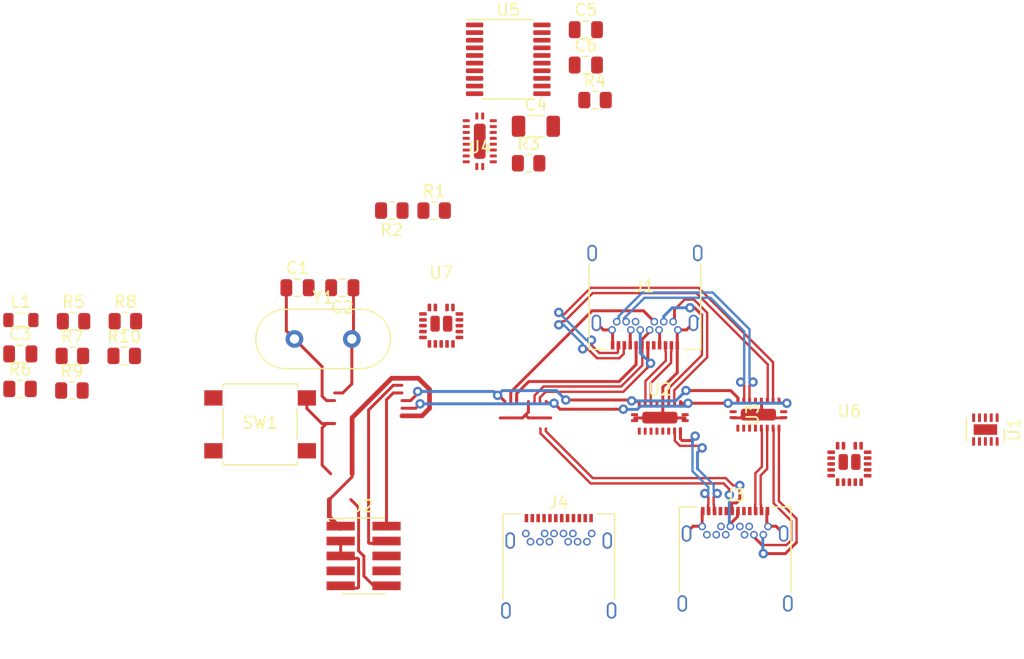
<source format=kicad_pcb>
(kicad_pcb (version 20171130) (host pcbnew 5.1.10)

  (general
    (thickness 1.6)
    (drawings 0)
    (tracks 357)
    (zones 0)
    (modules 30)
    (nets 60)
  )

  (page A4)
  (layers
    (0 F.Cu signal)
    (1 In1.Cu signal)
    (2 In2.Cu signal)
    (31 B.Cu signal)
    (32 B.Adhes user)
    (33 F.Adhes user)
    (34 B.Paste user)
    (35 F.Paste user)
    (36 B.SilkS user)
    (37 F.SilkS user)
    (38 B.Mask user)
    (39 F.Mask user)
    (40 Dwgs.User user)
    (41 Cmts.User user)
    (42 Eco1.User user)
    (43 Eco2.User user)
    (44 Edge.Cuts user)
    (45 Margin user)
    (46 B.CrtYd user)
    (47 F.CrtYd user)
    (48 B.Fab user)
    (49 F.Fab user)
  )

  (setup
    (last_trace_width 0.25)
    (user_trace_width 0.4)
    (trace_clearance 0.2)
    (zone_clearance 0.508)
    (zone_45_only no)
    (trace_min 0.2)
    (via_size 0.8)
    (via_drill 0.4)
    (via_min_size 0.4)
    (via_min_drill 0.3)
    (uvia_size 0.3)
    (uvia_drill 0.1)
    (uvias_allowed no)
    (uvia_min_size 0.2)
    (uvia_min_drill 0.1)
    (edge_width 0.05)
    (segment_width 0.2)
    (pcb_text_width 0.3)
    (pcb_text_size 1.5 1.5)
    (mod_edge_width 0.12)
    (mod_text_size 1 1)
    (mod_text_width 0.15)
    (pad_size 1.524 1.524)
    (pad_drill 0.762)
    (pad_to_mask_clearance 0)
    (aux_axis_origin 0 0)
    (visible_elements FFFFFF7F)
    (pcbplotparams
      (layerselection 0x010fc_ffffffff)
      (usegerberextensions false)
      (usegerberattributes true)
      (usegerberadvancedattributes true)
      (creategerberjobfile true)
      (excludeedgelayer true)
      (linewidth 0.100000)
      (plotframeref false)
      (viasonmask false)
      (mode 1)
      (useauxorigin false)
      (hpglpennumber 1)
      (hpglpenspeed 20)
      (hpglpendiameter 15.000000)
      (psnegative false)
      (psa4output false)
      (plotreference true)
      (plotvalue true)
      (plotinvisibletext false)
      (padsonsilk false)
      (subtractmaskfromsilk false)
      (outputformat 1)
      (mirror false)
      (drillshape 1)
      (scaleselection 1)
      (outputdirectory ""))
  )

  (net 0 "")
  (net 1 GND)
  (net 2 /OE)
  (net 3 /SEL)
  (net 4 +3V3)
  (net 5 /I2D+)
  (net 6 /I2D-)
  (net 7 /I1D+)
  (net 8 /I1SBU2)
  (net 9 /I1D-)
  (net 10 /I1SBU1)
  (net 11 /I1TX1+)
  (net 12 /I1TX1-)
  (net 13 /I1RX1+)
  (net 14 /I1RX1-)
  (net 15 /I1TX2+)
  (net 16 /I1TX2-)
  (net 17 /I1RX2+)
  (net 18 /I1RX2-)
  (net 19 /I2RX1+)
  (net 20 /I2RX1-)
  (net 21 /I2SBU2)
  (net 22 /I2TX2-)
  (net 23 /I2TX2+)
  (net 24 /I2RX2+)
  (net 25 /I2SBU1)
  (net 26 /I2RX2-)
  (net 27 /I2TX1-)
  (net 28 /I2TX1+)
  (net 29 /ORX1+)
  (net 30 /ORX1-)
  (net 31 /OSBU2)
  (net 32 /OTX2-)
  (net 33 /OTX2+)
  (net 34 /OD-)
  (net 35 /OD+)
  (net 36 /ORX2+)
  (net 37 /OSBU1)
  (net 38 /ORX2-)
  (net 39 /OTX1-)
  (net 40 /OTX1+)
  (net 41 /CRY1)
  (net 42 /CRY0)
  (net 43 /NRST)
  (net 44 /SWCLK)
  (net 45 /SWDIO)
  (net 46 VBUS)
  (net 47 "Net-(J3-PadA4)")
  (net 48 "Net-(J4-PadA4)")
  (net 49 "Net-(R4-Pad2)")
  (net 50 "Net-(L1-Pad1)")
  (net 51 "Net-(C2-Pad1)")
  (net 52 "Net-(C3-Pad1)")
  (net 53 "Net-(R1-Pad2)")
  (net 54 /EN2)
  (net 55 /EN1)
  (net 56 "Net-(R5-Pad2)")
  (net 57 "Net-(R7-Pad2)")
  (net 58 "Net-(R9-Pad2)")
  (net 59 "Net-(R10-Pad2)")

  (net_class Default "This is the default net class."
    (clearance 0.2)
    (trace_width 0.25)
    (via_dia 0.8)
    (via_drill 0.4)
    (uvia_dia 0.3)
    (uvia_drill 0.1)
    (add_net +3V3)
    (add_net /CRY0)
    (add_net /CRY1)
    (add_net /EN1)
    (add_net /EN2)
    (add_net /I1D+)
    (add_net /I1D-)
    (add_net /I1RX1+)
    (add_net /I1RX1-)
    (add_net /I1RX2+)
    (add_net /I1RX2-)
    (add_net /I1SBU1)
    (add_net /I1SBU2)
    (add_net /I1TX1+)
    (add_net /I1TX1-)
    (add_net /I1TX2+)
    (add_net /I1TX2-)
    (add_net /I2D+)
    (add_net /I2D-)
    (add_net /I2RX1+)
    (add_net /I2RX1-)
    (add_net /I2RX2+)
    (add_net /I2RX2-)
    (add_net /I2SBU1)
    (add_net /I2SBU2)
    (add_net /I2TX1+)
    (add_net /I2TX1-)
    (add_net /I2TX2+)
    (add_net /I2TX2-)
    (add_net /NRST)
    (add_net /OD+)
    (add_net /OD-)
    (add_net /OE)
    (add_net /ORX1+)
    (add_net /ORX1-)
    (add_net /ORX2+)
    (add_net /ORX2-)
    (add_net /OSBU1)
    (add_net /OSBU2)
    (add_net /OTX1+)
    (add_net /OTX1-)
    (add_net /OTX2+)
    (add_net /OTX2-)
    (add_net /SEL)
    (add_net /SWCLK)
    (add_net /SWDIO)
    (add_net GND)
    (add_net "Net-(C2-Pad1)")
    (add_net "Net-(C3-Pad1)")
    (add_net "Net-(J3-PadA4)")
    (add_net "Net-(J4-PadA4)")
    (add_net "Net-(L1-Pad1)")
    (add_net "Net-(R1-Pad2)")
    (add_net "Net-(R10-Pad2)")
    (add_net "Net-(R4-Pad2)")
    (add_net "Net-(R5-Pad2)")
    (add_net "Net-(R7-Pad2)")
    (add_net "Net-(R9-Pad2)")
    (add_net "Net-(U6-Pad13)")
    (add_net "Net-(U7-Pad13)")
    (add_net VBUS)
  )

  (module VQFN20:VQFN19_3x3x0.9mm (layer F.Cu) (tedit 60D253FD) (tstamp 60D2FB3C)
    (at 83 22.4)
    (path /60F144A1)
    (fp_text reference U7 (at 0 -4.5) (layer F.SilkS)
      (effects (font (size 1 1) (thickness 0.15)))
    )
    (fp_text value UCS3205 (at 0 -3) (layer F.Fab)
      (effects (font (size 1 1) (thickness 0.15)))
    )
    (pad 20 smd roundrect (at -0.52 -0.17) (size 0.8 1.35) (layers F.Cu F.Paste F.Mask) (roundrect_rratio 0.25)
      (net 46 VBUS))
    (pad 21 smd roundrect (at 0.55 -0.17) (size 0.8 1.35) (layers F.Cu F.Paste F.Mask) (roundrect_rratio 0.25)
      (net 47 "Net-(J3-PadA4)"))
    (pad 19 smd roundrect (at -1 -1.55) (size 0.3 0.65) (layers F.Cu F.Paste F.Mask) (roundrect_rratio 0.25)
      (net 46 VBUS))
    (pad 18 smd roundrect (at -0.5 -1.55) (size 0.3 0.65) (layers F.Cu F.Paste F.Mask) (roundrect_rratio 0.25)
      (net 46 VBUS))
    (pad 17 smd roundrect (at 0.5 -1.55) (size 0.3 0.65) (layers F.Cu F.Paste F.Mask) (roundrect_rratio 0.25)
      (net 47 "Net-(J3-PadA4)"))
    (pad 16 smd roundrect (at 1 -1.55) (size 0.3 0.65) (layers F.Cu F.Paste F.Mask) (roundrect_rratio 0.25)
      (net 47 "Net-(J3-PadA4)"))
    (pad 15 smd roundrect (at 1.55 -1 270) (size 0.3 0.65) (layers F.Cu F.Paste F.Mask) (roundrect_rratio 0.25)
      (net 1 GND))
    (pad 14 smd roundrect (at 1.55 -0.5 270) (size 0.3 0.65) (layers F.Cu F.Paste F.Mask) (roundrect_rratio 0.25)
      (net 57 "Net-(R7-Pad2)"))
    (pad 13 smd roundrect (at 1.55 0 270) (size 0.3 0.65) (layers F.Cu F.Paste F.Mask) (roundrect_rratio 0.25))
    (pad 12 smd roundrect (at 1.55 0.5 270) (size 0.3 0.65) (layers F.Cu F.Paste F.Mask) (roundrect_rratio 0.25))
    (pad 11 smd roundrect (at 1.55 1 270) (size 0.3 0.65) (layers F.Cu F.Paste F.Mask) (roundrect_rratio 0.25)
      (net 59 "Net-(R10-Pad2)"))
    (pad 10 smd roundrect (at 1 1.55 180) (size 0.3 0.65) (layers F.Cu F.Paste F.Mask) (roundrect_rratio 0.25))
    (pad 9 smd roundrect (at 0.5 1.55 180) (size 0.3 0.65) (layers F.Cu F.Paste F.Mask) (roundrect_rratio 0.25))
    (pad 8 smd roundrect (at 0 1.55 180) (size 0.3 0.65) (layers F.Cu F.Paste F.Mask) (roundrect_rratio 0.25))
    (pad 7 smd roundrect (at -0.5 1.55 180) (size 0.3 0.65) (layers F.Cu F.Paste F.Mask) (roundrect_rratio 0.25))
    (pad 6 smd roundrect (at -1 1.55 180) (size 0.3 0.65) (layers F.Cu F.Paste F.Mask) (roundrect_rratio 0.25))
    (pad 5 smd roundrect (at -1.55 1 90) (size 0.3 0.65) (layers F.Cu F.Paste F.Mask) (roundrect_rratio 0.25)
      (net 46 VBUS))
    (pad 4 smd roundrect (at -1.55 0.5 90) (size 0.3 0.65) (layers F.Cu F.Paste F.Mask) (roundrect_rratio 0.25)
      (net 46 VBUS))
    (pad 3 smd roundrect (at -1.55 0 90) (size 0.3 0.65) (layers F.Cu F.Paste F.Mask) (roundrect_rratio 0.25)
      (net 1 GND))
    (pad 2 smd roundrect (at -1.55 -0.5 90) (size 0.3 0.65) (layers F.Cu F.Paste F.Mask) (roundrect_rratio 0.25)
      (net 55 /EN1))
    (pad 1 smd roundrect (at -1.55 -1 90) (size 0.3 0.65) (layers F.Cu F.Paste F.Mask) (roundrect_rratio 0.25)
      (net 1 GND))
  )

  (module VQFN20:VQFN19_3x3x0.9mm (layer F.Cu) (tedit 60D253FD) (tstamp 60D2FB23)
    (at 117.72 34.17)
    (path /60D16145)
    (fp_text reference U6 (at 0 -4.5) (layer F.SilkS)
      (effects (font (size 1 1) (thickness 0.15)))
    )
    (fp_text value UCS3205 (at 0 -3) (layer F.Fab)
      (effects (font (size 1 1) (thickness 0.15)))
    )
    (pad 20 smd roundrect (at -0.52 -0.17) (size 0.8 1.35) (layers F.Cu F.Paste F.Mask) (roundrect_rratio 0.25)
      (net 46 VBUS))
    (pad 21 smd roundrect (at 0.55 -0.17) (size 0.8 1.35) (layers F.Cu F.Paste F.Mask) (roundrect_rratio 0.25)
      (net 48 "Net-(J4-PadA4)"))
    (pad 19 smd roundrect (at -1 -1.55) (size 0.3 0.65) (layers F.Cu F.Paste F.Mask) (roundrect_rratio 0.25)
      (net 46 VBUS))
    (pad 18 smd roundrect (at -0.5 -1.55) (size 0.3 0.65) (layers F.Cu F.Paste F.Mask) (roundrect_rratio 0.25)
      (net 46 VBUS))
    (pad 17 smd roundrect (at 0.5 -1.55) (size 0.3 0.65) (layers F.Cu F.Paste F.Mask) (roundrect_rratio 0.25)
      (net 48 "Net-(J4-PadA4)"))
    (pad 16 smd roundrect (at 1 -1.55) (size 0.3 0.65) (layers F.Cu F.Paste F.Mask) (roundrect_rratio 0.25)
      (net 48 "Net-(J4-PadA4)"))
    (pad 15 smd roundrect (at 1.55 -1 270) (size 0.3 0.65) (layers F.Cu F.Paste F.Mask) (roundrect_rratio 0.25)
      (net 1 GND))
    (pad 14 smd roundrect (at 1.55 -0.5 270) (size 0.3 0.65) (layers F.Cu F.Paste F.Mask) (roundrect_rratio 0.25)
      (net 56 "Net-(R5-Pad2)"))
    (pad 13 smd roundrect (at 1.55 0 270) (size 0.3 0.65) (layers F.Cu F.Paste F.Mask) (roundrect_rratio 0.25))
    (pad 12 smd roundrect (at 1.55 0.5 270) (size 0.3 0.65) (layers F.Cu F.Paste F.Mask) (roundrect_rratio 0.25))
    (pad 11 smd roundrect (at 1.55 1 270) (size 0.3 0.65) (layers F.Cu F.Paste F.Mask) (roundrect_rratio 0.25)
      (net 58 "Net-(R9-Pad2)"))
    (pad 10 smd roundrect (at 1 1.55 180) (size 0.3 0.65) (layers F.Cu F.Paste F.Mask) (roundrect_rratio 0.25))
    (pad 9 smd roundrect (at 0.5 1.55 180) (size 0.3 0.65) (layers F.Cu F.Paste F.Mask) (roundrect_rratio 0.25))
    (pad 8 smd roundrect (at 0 1.55 180) (size 0.3 0.65) (layers F.Cu F.Paste F.Mask) (roundrect_rratio 0.25))
    (pad 7 smd roundrect (at -0.5 1.55 180) (size 0.3 0.65) (layers F.Cu F.Paste F.Mask) (roundrect_rratio 0.25))
    (pad 6 smd roundrect (at -1 1.55 180) (size 0.3 0.65) (layers F.Cu F.Paste F.Mask) (roundrect_rratio 0.25))
    (pad 5 smd roundrect (at -1.55 1 90) (size 0.3 0.65) (layers F.Cu F.Paste F.Mask) (roundrect_rratio 0.25)
      (net 46 VBUS))
    (pad 4 smd roundrect (at -1.55 0.5 90) (size 0.3 0.65) (layers F.Cu F.Paste F.Mask) (roundrect_rratio 0.25)
      (net 46 VBUS))
    (pad 3 smd roundrect (at -1.55 0 90) (size 0.3 0.65) (layers F.Cu F.Paste F.Mask) (roundrect_rratio 0.25)
      (net 1 GND))
    (pad 2 smd roundrect (at -1.55 -0.5 90) (size 0.3 0.65) (layers F.Cu F.Paste F.Mask) (roundrect_rratio 0.25)
      (net 54 /EN2))
    (pad 1 smd roundrect (at -1.55 -1 90) (size 0.3 0.65) (layers F.Cu F.Paste F.Mask) (roundrect_rratio 0.25)
      (net 1 GND))
  )

  (module Resistor_SMD:R_0805_2012Metric (layer F.Cu) (tedit 5F68FEEE) (tstamp 60D271FB)
    (at 56.04 24.97)
    (descr "Resistor SMD 0805 (2012 Metric), square (rectangular) end terminal, IPC_7351 nominal, (Body size source: IPC-SM-782 page 72, https://www.pcb-3d.com/wordpress/wp-content/uploads/ipc-sm-782a_amendment_1_and_2.pdf), generated with kicad-footprint-generator")
    (tags resistor)
    (path /60F144D2)
    (attr smd)
    (fp_text reference R10 (at 0 -1.65) (layer F.SilkS)
      (effects (font (size 1 1) (thickness 0.15)))
    )
    (fp_text value 10k (at 0 1.65) (layer F.Fab)
      (effects (font (size 1 1) (thickness 0.15)))
    )
    (fp_text user %R (at 0 0) (layer F.Fab)
      (effects (font (size 0.5 0.5) (thickness 0.08)))
    )
    (fp_line (start -1 0.625) (end -1 -0.625) (layer F.Fab) (width 0.1))
    (fp_line (start -1 -0.625) (end 1 -0.625) (layer F.Fab) (width 0.1))
    (fp_line (start 1 -0.625) (end 1 0.625) (layer F.Fab) (width 0.1))
    (fp_line (start 1 0.625) (end -1 0.625) (layer F.Fab) (width 0.1))
    (fp_line (start -0.227064 -0.735) (end 0.227064 -0.735) (layer F.SilkS) (width 0.12))
    (fp_line (start -0.227064 0.735) (end 0.227064 0.735) (layer F.SilkS) (width 0.12))
    (fp_line (start -1.68 0.95) (end -1.68 -0.95) (layer F.CrtYd) (width 0.05))
    (fp_line (start -1.68 -0.95) (end 1.68 -0.95) (layer F.CrtYd) (width 0.05))
    (fp_line (start 1.68 -0.95) (end 1.68 0.95) (layer F.CrtYd) (width 0.05))
    (fp_line (start 1.68 0.95) (end -1.68 0.95) (layer F.CrtYd) (width 0.05))
    (pad 2 smd roundrect (at 0.9125 0) (size 1.025 1.4) (layers F.Cu F.Paste F.Mask) (roundrect_rratio 0.243902)
      (net 59 "Net-(R10-Pad2)"))
    (pad 1 smd roundrect (at -0.9125 0) (size 1.025 1.4) (layers F.Cu F.Paste F.Mask) (roundrect_rratio 0.243902)
      (net 46 VBUS))
    (model ${KISYS3DMOD}/Resistor_SMD.3dshapes/R_0805_2012Metric.wrl
      (at (xyz 0 0 0))
      (scale (xyz 1 1 1))
      (rotate (xyz 0 0 0))
    )
  )

  (module Resistor_SMD:R_0805_2012Metric (layer F.Cu) (tedit 5F68FEEE) (tstamp 60D271EA)
    (at 51.59 27.92)
    (descr "Resistor SMD 0805 (2012 Metric), square (rectangular) end terminal, IPC_7351 nominal, (Body size source: IPC-SM-782 page 72, https://www.pcb-3d.com/wordpress/wp-content/uploads/ipc-sm-782a_amendment_1_and_2.pdf), generated with kicad-footprint-generator")
    (tags resistor)
    (path /60E7476F)
    (attr smd)
    (fp_text reference R9 (at 0 -1.65) (layer F.SilkS)
      (effects (font (size 1 1) (thickness 0.15)))
    )
    (fp_text value 10k (at 0 1.65) (layer F.Fab)
      (effects (font (size 1 1) (thickness 0.15)))
    )
    (fp_text user %R (at 0 0) (layer F.Fab)
      (effects (font (size 0.5 0.5) (thickness 0.08)))
    )
    (fp_line (start -1 0.625) (end -1 -0.625) (layer F.Fab) (width 0.1))
    (fp_line (start -1 -0.625) (end 1 -0.625) (layer F.Fab) (width 0.1))
    (fp_line (start 1 -0.625) (end 1 0.625) (layer F.Fab) (width 0.1))
    (fp_line (start 1 0.625) (end -1 0.625) (layer F.Fab) (width 0.1))
    (fp_line (start -0.227064 -0.735) (end 0.227064 -0.735) (layer F.SilkS) (width 0.12))
    (fp_line (start -0.227064 0.735) (end 0.227064 0.735) (layer F.SilkS) (width 0.12))
    (fp_line (start -1.68 0.95) (end -1.68 -0.95) (layer F.CrtYd) (width 0.05))
    (fp_line (start -1.68 -0.95) (end 1.68 -0.95) (layer F.CrtYd) (width 0.05))
    (fp_line (start 1.68 -0.95) (end 1.68 0.95) (layer F.CrtYd) (width 0.05))
    (fp_line (start 1.68 0.95) (end -1.68 0.95) (layer F.CrtYd) (width 0.05))
    (pad 2 smd roundrect (at 0.9125 0) (size 1.025 1.4) (layers F.Cu F.Paste F.Mask) (roundrect_rratio 0.243902)
      (net 58 "Net-(R9-Pad2)"))
    (pad 1 smd roundrect (at -0.9125 0) (size 1.025 1.4) (layers F.Cu F.Paste F.Mask) (roundrect_rratio 0.243902)
      (net 46 VBUS))
    (model ${KISYS3DMOD}/Resistor_SMD.3dshapes/R_0805_2012Metric.wrl
      (at (xyz 0 0 0))
      (scale (xyz 1 1 1))
      (rotate (xyz 0 0 0))
    )
  )

  (module Resistor_SMD:R_0805_2012Metric (layer F.Cu) (tedit 5F68FEEE) (tstamp 60D271D9)
    (at 56.14 22.02)
    (descr "Resistor SMD 0805 (2012 Metric), square (rectangular) end terminal, IPC_7351 nominal, (Body size source: IPC-SM-782 page 72, https://www.pcb-3d.com/wordpress/wp-content/uploads/ipc-sm-782a_amendment_1_and_2.pdf), generated with kicad-footprint-generator")
    (tags resistor)
    (path /60F144C6)
    (attr smd)
    (fp_text reference R8 (at 0 -1.65) (layer F.SilkS)
      (effects (font (size 1 1) (thickness 0.15)))
    )
    (fp_text value 640 (at 0 1.65) (layer F.Fab)
      (effects (font (size 1 1) (thickness 0.15)))
    )
    (fp_text user %R (at 0 0) (layer F.Fab)
      (effects (font (size 0.5 0.5) (thickness 0.08)))
    )
    (fp_line (start -1 0.625) (end -1 -0.625) (layer F.Fab) (width 0.1))
    (fp_line (start -1 -0.625) (end 1 -0.625) (layer F.Fab) (width 0.1))
    (fp_line (start 1 -0.625) (end 1 0.625) (layer F.Fab) (width 0.1))
    (fp_line (start 1 0.625) (end -1 0.625) (layer F.Fab) (width 0.1))
    (fp_line (start -0.227064 -0.735) (end 0.227064 -0.735) (layer F.SilkS) (width 0.12))
    (fp_line (start -0.227064 0.735) (end 0.227064 0.735) (layer F.SilkS) (width 0.12))
    (fp_line (start -1.68 0.95) (end -1.68 -0.95) (layer F.CrtYd) (width 0.05))
    (fp_line (start -1.68 -0.95) (end 1.68 -0.95) (layer F.CrtYd) (width 0.05))
    (fp_line (start 1.68 -0.95) (end 1.68 0.95) (layer F.CrtYd) (width 0.05))
    (fp_line (start 1.68 0.95) (end -1.68 0.95) (layer F.CrtYd) (width 0.05))
    (pad 2 smd roundrect (at 0.9125 0) (size 1.025 1.4) (layers F.Cu F.Paste F.Mask) (roundrect_rratio 0.243902)
      (net 1 GND))
    (pad 1 smd roundrect (at -0.9125 0) (size 1.025 1.4) (layers F.Cu F.Paste F.Mask) (roundrect_rratio 0.243902)
      (net 57 "Net-(R7-Pad2)"))
    (model ${KISYS3DMOD}/Resistor_SMD.3dshapes/R_0805_2012Metric.wrl
      (at (xyz 0 0 0))
      (scale (xyz 1 1 1))
      (rotate (xyz 0 0 0))
    )
  )

  (module Resistor_SMD:R_0805_2012Metric (layer F.Cu) (tedit 5F68FEEE) (tstamp 60D2FF6D)
    (at 51.63 24.97)
    (descr "Resistor SMD 0805 (2012 Metric), square (rectangular) end terminal, IPC_7351 nominal, (Body size source: IPC-SM-782 page 72, https://www.pcb-3d.com/wordpress/wp-content/uploads/ipc-sm-782a_amendment_1_and_2.pdf), generated with kicad-footprint-generator")
    (tags resistor)
    (path /60F144C0)
    (attr smd)
    (fp_text reference R7 (at 0 -1.65) (layer F.SilkS)
      (effects (font (size 1 1) (thickness 0.15)))
    )
    (fp_text value 10k (at 0 1.65) (layer F.Fab)
      (effects (font (size 1 1) (thickness 0.15)))
    )
    (fp_text user %R (at 0 0) (layer F.Fab)
      (effects (font (size 0.5 0.5) (thickness 0.08)))
    )
    (fp_line (start -1 0.625) (end -1 -0.625) (layer F.Fab) (width 0.1))
    (fp_line (start -1 -0.625) (end 1 -0.625) (layer F.Fab) (width 0.1))
    (fp_line (start 1 -0.625) (end 1 0.625) (layer F.Fab) (width 0.1))
    (fp_line (start 1 0.625) (end -1 0.625) (layer F.Fab) (width 0.1))
    (fp_line (start -0.227064 -0.735) (end 0.227064 -0.735) (layer F.SilkS) (width 0.12))
    (fp_line (start -0.227064 0.735) (end 0.227064 0.735) (layer F.SilkS) (width 0.12))
    (fp_line (start -1.68 0.95) (end -1.68 -0.95) (layer F.CrtYd) (width 0.05))
    (fp_line (start -1.68 -0.95) (end 1.68 -0.95) (layer F.CrtYd) (width 0.05))
    (fp_line (start 1.68 -0.95) (end 1.68 0.95) (layer F.CrtYd) (width 0.05))
    (fp_line (start 1.68 0.95) (end -1.68 0.95) (layer F.CrtYd) (width 0.05))
    (pad 2 smd roundrect (at 0.9125 0) (size 1.025 1.4) (layers F.Cu F.Paste F.Mask) (roundrect_rratio 0.243902)
      (net 57 "Net-(R7-Pad2)"))
    (pad 1 smd roundrect (at -0.9125 0) (size 1.025 1.4) (layers F.Cu F.Paste F.Mask) (roundrect_rratio 0.243902)
      (net 46 VBUS))
    (model ${KISYS3DMOD}/Resistor_SMD.3dshapes/R_0805_2012Metric.wrl
      (at (xyz 0 0 0))
      (scale (xyz 1 1 1))
      (rotate (xyz 0 0 0))
    )
  )

  (module Resistor_SMD:R_0805_2012Metric (layer F.Cu) (tedit 5F68FEEE) (tstamp 60D271B7)
    (at 47.18 27.78)
    (descr "Resistor SMD 0805 (2012 Metric), square (rectangular) end terminal, IPC_7351 nominal, (Body size source: IPC-SM-782 page 72, https://www.pcb-3d.com/wordpress/wp-content/uploads/ipc-sm-782a_amendment_1_and_2.pdf), generated with kicad-footprint-generator")
    (tags resistor)
    (path /60DFEE06)
    (attr smd)
    (fp_text reference R6 (at 0 -1.65) (layer F.SilkS)
      (effects (font (size 1 1) (thickness 0.15)))
    )
    (fp_text value 640 (at 0 1.65) (layer F.Fab)
      (effects (font (size 1 1) (thickness 0.15)))
    )
    (fp_text user %R (at 0 0) (layer F.Fab)
      (effects (font (size 0.5 0.5) (thickness 0.08)))
    )
    (fp_line (start -1 0.625) (end -1 -0.625) (layer F.Fab) (width 0.1))
    (fp_line (start -1 -0.625) (end 1 -0.625) (layer F.Fab) (width 0.1))
    (fp_line (start 1 -0.625) (end 1 0.625) (layer F.Fab) (width 0.1))
    (fp_line (start 1 0.625) (end -1 0.625) (layer F.Fab) (width 0.1))
    (fp_line (start -0.227064 -0.735) (end 0.227064 -0.735) (layer F.SilkS) (width 0.12))
    (fp_line (start -0.227064 0.735) (end 0.227064 0.735) (layer F.SilkS) (width 0.12))
    (fp_line (start -1.68 0.95) (end -1.68 -0.95) (layer F.CrtYd) (width 0.05))
    (fp_line (start -1.68 -0.95) (end 1.68 -0.95) (layer F.CrtYd) (width 0.05))
    (fp_line (start 1.68 -0.95) (end 1.68 0.95) (layer F.CrtYd) (width 0.05))
    (fp_line (start 1.68 0.95) (end -1.68 0.95) (layer F.CrtYd) (width 0.05))
    (pad 2 smd roundrect (at 0.9125 0) (size 1.025 1.4) (layers F.Cu F.Paste F.Mask) (roundrect_rratio 0.243902)
      (net 1 GND))
    (pad 1 smd roundrect (at -0.9125 0) (size 1.025 1.4) (layers F.Cu F.Paste F.Mask) (roundrect_rratio 0.243902)
      (net 56 "Net-(R5-Pad2)"))
    (model ${KISYS3DMOD}/Resistor_SMD.3dshapes/R_0805_2012Metric.wrl
      (at (xyz 0 0 0))
      (scale (xyz 1 1 1))
      (rotate (xyz 0 0 0))
    )
  )

  (module Resistor_SMD:R_0805_2012Metric (layer F.Cu) (tedit 5F68FEEE) (tstamp 60D271A6)
    (at 51.73 22.02)
    (descr "Resistor SMD 0805 (2012 Metric), square (rectangular) end terminal, IPC_7351 nominal, (Body size source: IPC-SM-782 page 72, https://www.pcb-3d.com/wordpress/wp-content/uploads/ipc-sm-782a_amendment_1_and_2.pdf), generated with kicad-footprint-generator")
    (tags resistor)
    (path /60DFC18C)
    (attr smd)
    (fp_text reference R5 (at 0 -1.65) (layer F.SilkS)
      (effects (font (size 1 1) (thickness 0.15)))
    )
    (fp_text value 10k (at 0 1.65) (layer F.Fab)
      (effects (font (size 1 1) (thickness 0.15)))
    )
    (fp_text user %R (at 0 0) (layer F.Fab)
      (effects (font (size 0.5 0.5) (thickness 0.08)))
    )
    (fp_line (start -1 0.625) (end -1 -0.625) (layer F.Fab) (width 0.1))
    (fp_line (start -1 -0.625) (end 1 -0.625) (layer F.Fab) (width 0.1))
    (fp_line (start 1 -0.625) (end 1 0.625) (layer F.Fab) (width 0.1))
    (fp_line (start 1 0.625) (end -1 0.625) (layer F.Fab) (width 0.1))
    (fp_line (start -0.227064 -0.735) (end 0.227064 -0.735) (layer F.SilkS) (width 0.12))
    (fp_line (start -0.227064 0.735) (end 0.227064 0.735) (layer F.SilkS) (width 0.12))
    (fp_line (start -1.68 0.95) (end -1.68 -0.95) (layer F.CrtYd) (width 0.05))
    (fp_line (start -1.68 -0.95) (end 1.68 -0.95) (layer F.CrtYd) (width 0.05))
    (fp_line (start 1.68 -0.95) (end 1.68 0.95) (layer F.CrtYd) (width 0.05))
    (fp_line (start 1.68 0.95) (end -1.68 0.95) (layer F.CrtYd) (width 0.05))
    (pad 2 smd roundrect (at 0.9125 0) (size 1.025 1.4) (layers F.Cu F.Paste F.Mask) (roundrect_rratio 0.243902)
      (net 56 "Net-(R5-Pad2)"))
    (pad 1 smd roundrect (at -0.9125 0) (size 1.025 1.4) (layers F.Cu F.Paste F.Mask) (roundrect_rratio 0.243902)
      (net 46 VBUS))
    (model ${KISYS3DMOD}/Resistor_SMD.3dshapes/R_0805_2012Metric.wrl
      (at (xyz 0 0 0))
      (scale (xyz 1 1 1))
      (rotate (xyz 0 0 0))
    )
  )

  (module Inductor_SMD:L_0805_2012Metric (layer F.Cu) (tedit 5F68FEF0) (tstamp 60D27135)
    (at 47.25 21.92)
    (descr "Inductor SMD 0805 (2012 Metric), square (rectangular) end terminal, IPC_7351 nominal, (Body size source: IPC-SM-782 page 80, https://www.pcb-3d.com/wordpress/wp-content/uploads/ipc-sm-782a_amendment_1_and_2.pdf), generated with kicad-footprint-generator")
    (tags inductor)
    (path /611985F2)
    (attr smd)
    (fp_text reference L1 (at 0 -1.55) (layer F.SilkS)
      (effects (font (size 1 1) (thickness 0.15)))
    )
    (fp_text value 33u (at 0 1.55) (layer F.Fab)
      (effects (font (size 1 1) (thickness 0.15)))
    )
    (fp_text user %R (at 0 0) (layer F.Fab)
      (effects (font (size 0.5 0.5) (thickness 0.08)))
    )
    (fp_line (start -1 0.45) (end -1 -0.45) (layer F.Fab) (width 0.1))
    (fp_line (start -1 -0.45) (end 1 -0.45) (layer F.Fab) (width 0.1))
    (fp_line (start 1 -0.45) (end 1 0.45) (layer F.Fab) (width 0.1))
    (fp_line (start 1 0.45) (end -1 0.45) (layer F.Fab) (width 0.1))
    (fp_line (start -0.399622 -0.56) (end 0.399622 -0.56) (layer F.SilkS) (width 0.12))
    (fp_line (start -0.399622 0.56) (end 0.399622 0.56) (layer F.SilkS) (width 0.12))
    (fp_line (start -1.75 0.85) (end -1.75 -0.85) (layer F.CrtYd) (width 0.05))
    (fp_line (start -1.75 -0.85) (end 1.75 -0.85) (layer F.CrtYd) (width 0.05))
    (fp_line (start 1.75 -0.85) (end 1.75 0.85) (layer F.CrtYd) (width 0.05))
    (fp_line (start 1.75 0.85) (end -1.75 0.85) (layer F.CrtYd) (width 0.05))
    (pad 2 smd roundrect (at 1.0625 0) (size 0.875 1.2) (layers F.Cu F.Paste F.Mask) (roundrect_rratio 0.25)
      (net 4 +3V3))
    (pad 1 smd roundrect (at -1.0625 0) (size 0.875 1.2) (layers F.Cu F.Paste F.Mask) (roundrect_rratio 0.25)
      (net 50 "Net-(L1-Pad1)"))
    (model ${KISYS3DMOD}/Inductor_SMD.3dshapes/L_0805_2012Metric.wrl
      (at (xyz 0 0 0))
      (scale (xyz 1 1 1))
      (rotate (xyz 0 0 0))
    )
  )

  (module Capacitor_SMD:C_0805_2012Metric (layer F.Cu) (tedit 5F68FEEE) (tstamp 60D26F38)
    (at 47.2 24.8)
    (descr "Capacitor SMD 0805 (2012 Metric), square (rectangular) end terminal, IPC_7351 nominal, (Body size source: IPC-SM-782 page 76, https://www.pcb-3d.com/wordpress/wp-content/uploads/ipc-sm-782a_amendment_1_and_2.pdf, https://docs.google.com/spreadsheets/d/1BsfQQcO9C6DZCsRaXUlFlo91Tg2WpOkGARC1WS5S8t0/edit?usp=sharing), generated with kicad-footprint-generator")
    (tags capacitor)
    (path /610FDC96)
    (attr smd)
    (fp_text reference C3 (at 0 -1.68) (layer F.SilkS)
      (effects (font (size 1 1) (thickness 0.15)))
    )
    (fp_text value 1u (at 0 1.68) (layer F.Fab)
      (effects (font (size 1 1) (thickness 0.15)))
    )
    (fp_text user %R (at 0 0) (layer F.Fab)
      (effects (font (size 0.5 0.5) (thickness 0.08)))
    )
    (fp_line (start -1 0.625) (end -1 -0.625) (layer F.Fab) (width 0.1))
    (fp_line (start -1 -0.625) (end 1 -0.625) (layer F.Fab) (width 0.1))
    (fp_line (start 1 -0.625) (end 1 0.625) (layer F.Fab) (width 0.1))
    (fp_line (start 1 0.625) (end -1 0.625) (layer F.Fab) (width 0.1))
    (fp_line (start -0.261252 -0.735) (end 0.261252 -0.735) (layer F.SilkS) (width 0.12))
    (fp_line (start -0.261252 0.735) (end 0.261252 0.735) (layer F.SilkS) (width 0.12))
    (fp_line (start -1.7 0.98) (end -1.7 -0.98) (layer F.CrtYd) (width 0.05))
    (fp_line (start -1.7 -0.98) (end 1.7 -0.98) (layer F.CrtYd) (width 0.05))
    (fp_line (start 1.7 -0.98) (end 1.7 0.98) (layer F.CrtYd) (width 0.05))
    (fp_line (start 1.7 0.98) (end -1.7 0.98) (layer F.CrtYd) (width 0.05))
    (pad 2 smd roundrect (at 0.95 0) (size 1 1.45) (layers F.Cu F.Paste F.Mask) (roundrect_rratio 0.25)
      (net 1 GND))
    (pad 1 smd roundrect (at -0.95 0) (size 1 1.45) (layers F.Cu F.Paste F.Mask) (roundrect_rratio 0.25)
      (net 52 "Net-(C3-Pad1)"))
    (model ${KISYS3DMOD}/Capacitor_SMD.3dshapes/C_0805_2012Metric.wrl
      (at (xyz 0 0 0))
      (scale (xyz 1 1 1))
      (rotate (xyz 0 0 0))
    )
  )

  (module Package_SO:TSSOP-20_4.4x6.5mm_P0.65mm (layer F.Cu) (tedit 5E476F32) (tstamp 60D25FA6)
    (at 88.705001 -0.274999)
    (descr "TSSOP, 20 Pin (JEDEC MO-153 Var AC https://www.jedec.org/document_search?search_api_views_fulltext=MO-153), generated with kicad-footprint-generator ipc_gullwing_generator.py")
    (tags "TSSOP SO")
    (path /60C28EC4)
    (attr smd)
    (fp_text reference U5 (at 0 -4.2) (layer F.SilkS)
      (effects (font (size 1 1) (thickness 0.15)))
    )
    (fp_text value STM32F030F4Px (at 0 4.2) (layer F.Fab)
      (effects (font (size 1 1) (thickness 0.15)))
    )
    (fp_text user %R (at 0 0) (layer F.Fab)
      (effects (font (size 1 1) (thickness 0.15)))
    )
    (fp_line (start 0 3.385) (end 2.2 3.385) (layer F.SilkS) (width 0.12))
    (fp_line (start 0 3.385) (end -2.2 3.385) (layer F.SilkS) (width 0.12))
    (fp_line (start 0 -3.385) (end 2.2 -3.385) (layer F.SilkS) (width 0.12))
    (fp_line (start 0 -3.385) (end -3.6 -3.385) (layer F.SilkS) (width 0.12))
    (fp_line (start -1.2 -3.25) (end 2.2 -3.25) (layer F.Fab) (width 0.1))
    (fp_line (start 2.2 -3.25) (end 2.2 3.25) (layer F.Fab) (width 0.1))
    (fp_line (start 2.2 3.25) (end -2.2 3.25) (layer F.Fab) (width 0.1))
    (fp_line (start -2.2 3.25) (end -2.2 -2.25) (layer F.Fab) (width 0.1))
    (fp_line (start -2.2 -2.25) (end -1.2 -3.25) (layer F.Fab) (width 0.1))
    (fp_line (start -3.85 -3.5) (end -3.85 3.5) (layer F.CrtYd) (width 0.05))
    (fp_line (start -3.85 3.5) (end 3.85 3.5) (layer F.CrtYd) (width 0.05))
    (fp_line (start 3.85 3.5) (end 3.85 -3.5) (layer F.CrtYd) (width 0.05))
    (fp_line (start 3.85 -3.5) (end -3.85 -3.5) (layer F.CrtYd) (width 0.05))
    (pad 20 smd roundrect (at 2.8625 -2.925) (size 1.475 0.4) (layers F.Cu F.Paste F.Mask) (roundrect_rratio 0.25)
      (net 44 /SWCLK))
    (pad 19 smd roundrect (at 2.8625 -2.275) (size 1.475 0.4) (layers F.Cu F.Paste F.Mask) (roundrect_rratio 0.25)
      (net 45 /SWDIO))
    (pad 18 smd roundrect (at 2.8625 -1.625) (size 1.475 0.4) (layers F.Cu F.Paste F.Mask) (roundrect_rratio 0.25)
      (net 3 /SEL))
    (pad 17 smd roundrect (at 2.8625 -0.975) (size 1.475 0.4) (layers F.Cu F.Paste F.Mask) (roundrect_rratio 0.25)
      (net 2 /OE))
    (pad 16 smd roundrect (at 2.8625 -0.325) (size 1.475 0.4) (layers F.Cu F.Paste F.Mask) (roundrect_rratio 0.25)
      (net 4 +3V3))
    (pad 15 smd roundrect (at 2.8625 0.325) (size 1.475 0.4) (layers F.Cu F.Paste F.Mask) (roundrect_rratio 0.25)
      (net 1 GND))
    (pad 14 smd roundrect (at 2.8625 0.975) (size 1.475 0.4) (layers F.Cu F.Paste F.Mask) (roundrect_rratio 0.25))
    (pad 13 smd roundrect (at 2.8625 1.625) (size 1.475 0.4) (layers F.Cu F.Paste F.Mask) (roundrect_rratio 0.25))
    (pad 12 smd roundrect (at 2.8625 2.275) (size 1.475 0.4) (layers F.Cu F.Paste F.Mask) (roundrect_rratio 0.25))
    (pad 11 smd roundrect (at 2.8625 2.925) (size 1.475 0.4) (layers F.Cu F.Paste F.Mask) (roundrect_rratio 0.25))
    (pad 10 smd roundrect (at -2.8625 2.925) (size 1.475 0.4) (layers F.Cu F.Paste F.Mask) (roundrect_rratio 0.25))
    (pad 9 smd roundrect (at -2.8625 2.275) (size 1.475 0.4) (layers F.Cu F.Paste F.Mask) (roundrect_rratio 0.25))
    (pad 8 smd roundrect (at -2.8625 1.625) (size 1.475 0.4) (layers F.Cu F.Paste F.Mask) (roundrect_rratio 0.25)
      (net 54 /EN2))
    (pad 7 smd roundrect (at -2.8625 0.975) (size 1.475 0.4) (layers F.Cu F.Paste F.Mask) (roundrect_rratio 0.25)
      (net 55 /EN1))
    (pad 6 smd roundrect (at -2.8625 0.325) (size 1.475 0.4) (layers F.Cu F.Paste F.Mask) (roundrect_rratio 0.25)
      (net 49 "Net-(R4-Pad2)"))
    (pad 5 smd roundrect (at -2.8625 -0.325) (size 1.475 0.4) (layers F.Cu F.Paste F.Mask) (roundrect_rratio 0.25)
      (net 4 +3V3))
    (pad 4 smd roundrect (at -2.8625 -0.975) (size 1.475 0.4) (layers F.Cu F.Paste F.Mask) (roundrect_rratio 0.25)
      (net 43 /NRST))
    (pad 3 smd roundrect (at -2.8625 -1.625) (size 1.475 0.4) (layers F.Cu F.Paste F.Mask) (roundrect_rratio 0.25)
      (net 41 /CRY1))
    (pad 2 smd roundrect (at -2.8625 -2.275) (size 1.475 0.4) (layers F.Cu F.Paste F.Mask) (roundrect_rratio 0.25)
      (net 42 /CRY0))
    (pad 1 smd roundrect (at -2.8625 -2.925) (size 1.475 0.4) (layers F.Cu F.Paste F.Mask) (roundrect_rratio 0.25))
    (model ${KISYS3DMOD}/Package_SO.3dshapes/TSSOP-20_4.4x6.5mm_P0.65mm.wrl
      (at (xyz 0 0 0))
      (scale (xyz 1 1 1))
      (rotate (xyz 0 0 0))
    )
  )

  (module VQFN20:VQFN20RKS (layer F.Cu) (tedit 60C28C33) (tstamp 60D25F51)
    (at 86.28 6.7)
    (path /60B75CDB)
    (attr smd)
    (fp_text reference U4 (at 0 0.5) (layer F.SilkS)
      (effects (font (size 1 1) (thickness 0.15)))
    )
    (fp_text value HD3SS3212 (at 0 -0.5) (layer F.Fab)
      (effects (font (size 1 1) (thickness 0.15)))
    )
    (pad 0 smd roundrect (at 0 0) (size 1 3) (layers F.Cu F.Paste F.Mask) (roundrect_rratio 0.25)
      (net 1 GND))
    (pad 5 smd roundrect (at -1.15 -0.25 90) (size 0.25 0.6) (layers F.Cu F.Paste F.Mask) (roundrect_rratio 0.25)
      (net 1 GND))
    (pad 4 smd roundrect (at -1.15 -0.75 90) (size 0.25 0.6) (layers F.Cu F.Paste F.Mask) (roundrect_rratio 0.25)
      (net 38 /ORX2-))
    (pad 3 smd roundrect (at -1.15 -1.25 90) (size 0.25 0.6) (layers F.Cu F.Paste F.Mask) (roundrect_rratio 0.25)
      (net 36 /ORX2+))
    (pad 2 smd roundrect (at -1.15 -1.75 90) (size 0.25 0.6) (layers F.Cu F.Paste F.Mask) (roundrect_rratio 0.25)
      (net 2 /OE))
    (pad 1 smd roundrect (at -0.25 -2.15) (size 0.25 0.6) (layers F.Cu F.Paste F.Mask) (roundrect_rratio 0.25))
    (pad 20 smd roundrect (at 0.25 -2.15) (size 0.25 0.6) (layers F.Cu F.Paste F.Mask) (roundrect_rratio 0.25)
      (net 1 GND))
    (pad 19 smd roundrect (at 1.15 -1.75 90) (size 0.25 0.6) (layers F.Cu F.Paste F.Mask) (roundrect_rratio 0.25)
      (net 15 /I1TX2+))
    (pad 18 smd roundrect (at 1.15 -1.25 90) (size 0.25 0.6) (layers F.Cu F.Paste F.Mask) (roundrect_rratio 0.25)
      (net 16 /I1TX2-))
    (pad 17 smd roundrect (at 1.15 -0.75 90) (size 0.25 0.6) (layers F.Cu F.Paste F.Mask) (roundrect_rratio 0.25)
      (net 17 /I1RX2+))
    (pad 16 smd roundrect (at 1.15 -0.25 90) (size 0.25 0.6) (layers F.Cu F.Paste F.Mask) (roundrect_rratio 0.25)
      (net 18 /I1RX2-))
    (pad 15 smd roundrect (at 1.15 0.25 90) (size 0.25 0.6) (layers F.Cu F.Paste F.Mask) (roundrect_rratio 0.25)
      (net 23 /I2TX2+))
    (pad 14 smd roundrect (at 1.15 0.75 90) (size 0.25 0.6) (layers F.Cu F.Paste F.Mask) (roundrect_rratio 0.25)
      (net 22 /I2TX2-))
    (pad 13 smd roundrect (at 1.15 1.25 90) (size 0.25 0.6) (layers F.Cu F.Paste F.Mask) (roundrect_rratio 0.25)
      (net 24 /I2RX2+))
    (pad 12 smd roundrect (at 1.15 1.75 90) (size 0.25 0.6) (layers F.Cu F.Paste F.Mask) (roundrect_rratio 0.25)
      (net 26 /I2RX2-))
    (pad 11 smd roundrect (at 0.25 2.15) (size 0.25 0.6) (layers F.Cu F.Paste F.Mask) (roundrect_rratio 0.25)
      (net 1 GND))
    (pad 10 smd roundrect (at -0.25 2.15) (size 0.25 0.6) (layers F.Cu F.Paste F.Mask) (roundrect_rratio 0.25))
    (pad 9 smd roundrect (at -1.15 1.75 90) (size 0.25 0.6) (layers F.Cu F.Paste F.Mask) (roundrect_rratio 0.25)
      (net 3 /SEL))
    (pad 8 smd roundrect (at -1.15 1.25 90) (size 0.25 0.6) (layers F.Cu F.Paste F.Mask) (roundrect_rratio 0.25)
      (net 32 /OTX2-))
    (pad 7 smd roundrect (at -1.15 0.75 90) (size 0.25 0.6) (layers F.Cu F.Paste F.Mask) (roundrect_rratio 0.25)
      (net 33 /OTX2+))
    (pad 6 smd roundrect (at -1.15 0.25 90) (size 0.25 0.6) (layers F.Cu F.Paste F.Mask) (roundrect_rratio 0.25)
      (net 4 +3V3))
  )

  (module VQFN20:VQFN20RKS (layer F.Cu) (tedit 60C28C33) (tstamp 60C2AB53)
    (at 109.982 29.972 270)
    (path /60BC22D8)
    (attr smd)
    (fp_text reference U3 (at 0 0.5 90) (layer F.SilkS)
      (effects (font (size 1 1) (thickness 0.15)))
    )
    (fp_text value HD3SS3212 (at 0 -0.5 90) (layer F.Fab)
      (effects (font (size 1 1) (thickness 0.15)))
    )
    (pad 0 smd roundrect (at 0 0 270) (size 1 3) (layers F.Cu F.Paste F.Mask) (roundrect_rratio 0.25)
      (net 1 GND))
    (pad 5 smd roundrect (at -1.15 -0.25) (size 0.25 0.6) (layers F.Cu F.Paste F.Mask) (roundrect_rratio 0.25)
      (net 1 GND))
    (pad 4 smd roundrect (at -1.15 -0.75) (size 0.25 0.6) (layers F.Cu F.Paste F.Mask) (roundrect_rratio 0.25)
      (net 30 /ORX1-))
    (pad 3 smd roundrect (at -1.15 -1.25) (size 0.25 0.6) (layers F.Cu F.Paste F.Mask) (roundrect_rratio 0.25)
      (net 29 /ORX1+))
    (pad 2 smd roundrect (at -1.15 -1.75) (size 0.25 0.6) (layers F.Cu F.Paste F.Mask) (roundrect_rratio 0.25)
      (net 2 /OE))
    (pad 1 smd roundrect (at -0.25 -2.15 270) (size 0.25 0.6) (layers F.Cu F.Paste F.Mask) (roundrect_rratio 0.25))
    (pad 20 smd roundrect (at 0.25 -2.15 270) (size 0.25 0.6) (layers F.Cu F.Paste F.Mask) (roundrect_rratio 0.25)
      (net 1 GND))
    (pad 19 smd roundrect (at 1.15 -1.75) (size 0.25 0.6) (layers F.Cu F.Paste F.Mask) (roundrect_rratio 0.25)
      (net 11 /I1TX1+))
    (pad 18 smd roundrect (at 1.15 -1.25) (size 0.25 0.6) (layers F.Cu F.Paste F.Mask) (roundrect_rratio 0.25)
      (net 12 /I1TX1-))
    (pad 17 smd roundrect (at 1.15 -0.75) (size 0.25 0.6) (layers F.Cu F.Paste F.Mask) (roundrect_rratio 0.25)
      (net 13 /I1RX1+))
    (pad 16 smd roundrect (at 1.15 -0.25) (size 0.25 0.6) (layers F.Cu F.Paste F.Mask) (roundrect_rratio 0.25)
      (net 14 /I1RX1-))
    (pad 15 smd roundrect (at 1.15 0.25) (size 0.25 0.6) (layers F.Cu F.Paste F.Mask) (roundrect_rratio 0.25)
      (net 28 /I2TX1+))
    (pad 14 smd roundrect (at 1.15 0.75) (size 0.25 0.6) (layers F.Cu F.Paste F.Mask) (roundrect_rratio 0.25)
      (net 27 /I2TX1-))
    (pad 13 smd roundrect (at 1.15 1.25) (size 0.25 0.6) (layers F.Cu F.Paste F.Mask) (roundrect_rratio 0.25)
      (net 19 /I2RX1+))
    (pad 12 smd roundrect (at 1.15 1.75) (size 0.25 0.6) (layers F.Cu F.Paste F.Mask) (roundrect_rratio 0.25)
      (net 20 /I2RX1-))
    (pad 11 smd roundrect (at 0.25 2.15 270) (size 0.25 0.6) (layers F.Cu F.Paste F.Mask) (roundrect_rratio 0.25)
      (net 1 GND))
    (pad 10 smd roundrect (at -0.25 2.15 270) (size 0.25 0.6) (layers F.Cu F.Paste F.Mask) (roundrect_rratio 0.25))
    (pad 9 smd roundrect (at -1.15 1.75) (size 0.25 0.6) (layers F.Cu F.Paste F.Mask) (roundrect_rratio 0.25)
      (net 3 /SEL))
    (pad 8 smd roundrect (at -1.15 1.25) (size 0.25 0.6) (layers F.Cu F.Paste F.Mask) (roundrect_rratio 0.25)
      (net 39 /OTX1-))
    (pad 7 smd roundrect (at -1.15 0.75) (size 0.25 0.6) (layers F.Cu F.Paste F.Mask) (roundrect_rratio 0.25)
      (net 40 /OTX1+))
    (pad 6 smd roundrect (at -1.15 0.25) (size 0.25 0.6) (layers F.Cu F.Paste F.Mask) (roundrect_rratio 0.25)
      (net 4 +3V3))
  )

  (module Package_DFN_QFN:TDFN-10-1EP_2x3mm_P0.5mm_EP0.9x2mm (layer F.Cu) (tedit 5EABFF35) (tstamp 60C03CD9)
    (at 129.286 31.242 270)
    (descr "TDFN, 10 Pin (https://pdfserv.maximintegrated.com/package_dwgs/21-0429.PDF), generated with kicad-footprint-generator ipc_noLead_generator.py")
    (tags "TDFN NoLead")
    (path /60FB33F7)
    (attr smd)
    (fp_text reference U1 (at 0 -2.45 90) (layer F.SilkS)
      (effects (font (size 1 1) (thickness 0.15)))
    )
    (fp_text value MAX17501AxTB (at 0 2.45 90) (layer F.Fab)
      (effects (font (size 1 1) (thickness 0.15)))
    )
    (fp_text user %R (at 0 0 90) (layer F.Fab)
      (effects (font (size 0.5 0.5) (thickness 0.08)))
    )
    (fp_line (start 0 -1.61) (end 1 -1.61) (layer F.SilkS) (width 0.12))
    (fp_line (start -1 1.61) (end 1 1.61) (layer F.SilkS) (width 0.12))
    (fp_line (start -0.5 -1.5) (end 1 -1.5) (layer F.Fab) (width 0.1))
    (fp_line (start 1 -1.5) (end 1 1.5) (layer F.Fab) (width 0.1))
    (fp_line (start 1 1.5) (end -1 1.5) (layer F.Fab) (width 0.1))
    (fp_line (start -1 1.5) (end -1 -1) (layer F.Fab) (width 0.1))
    (fp_line (start -1 -1) (end -0.5 -1.5) (layer F.Fab) (width 0.1))
    (fp_line (start -1.62 -1.75) (end -1.62 1.75) (layer F.CrtYd) (width 0.05))
    (fp_line (start -1.62 1.75) (end 1.62 1.75) (layer F.CrtYd) (width 0.05))
    (fp_line (start 1.62 1.75) (end 1.62 -1.75) (layer F.CrtYd) (width 0.05))
    (fp_line (start 1.62 -1.75) (end -1.62 -1.75) (layer F.CrtYd) (width 0.05))
    (pad "" smd roundrect (at 0 0.5 270) (size 0.73 0.81) (layers F.Paste) (roundrect_rratio 0.25))
    (pad "" smd roundrect (at 0 -0.5 270) (size 0.73 0.81) (layers F.Paste) (roundrect_rratio 0.25))
    (pad 11 smd rect (at 0 0 270) (size 0.9 2) (layers F.Cu F.Mask)
      (net 1 GND))
    (pad 10 smd roundrect (at 1.0125 -1 270) (size 0.725 0.25) (layers F.Cu F.Paste F.Mask) (roundrect_rratio 0.25)
      (net 50 "Net-(L1-Pad1)"))
    (pad 9 smd roundrect (at 1.0125 -0.5 270) (size 0.725 0.25) (layers F.Cu F.Paste F.Mask) (roundrect_rratio 0.25)
      (net 1 GND))
    (pad 8 smd roundrect (at 1.0125 0 270) (size 0.725 0.25) (layers F.Cu F.Paste F.Mask) (roundrect_rratio 0.25))
    (pad 7 smd roundrect (at 1.0125 0.5 270) (size 0.725 0.25) (layers F.Cu F.Paste F.Mask) (roundrect_rratio 0.25))
    (pad 6 smd roundrect (at 1.0125 1 270) (size 0.725 0.25) (layers F.Cu F.Paste F.Mask) (roundrect_rratio 0.25)
      (net 51 "Net-(C2-Pad1)"))
    (pad 5 smd roundrect (at -1.0125 1 270) (size 0.725 0.25) (layers F.Cu F.Paste F.Mask) (roundrect_rratio 0.25)
      (net 4 +3V3))
    (pad 4 smd roundrect (at -1.0125 0.5 270) (size 0.725 0.25) (layers F.Cu F.Paste F.Mask) (roundrect_rratio 0.25)
      (net 52 "Net-(C3-Pad1)"))
    (pad 3 smd roundrect (at -1.0125 0 270) (size 0.725 0.25) (layers F.Cu F.Paste F.Mask) (roundrect_rratio 0.25)
      (net 53 "Net-(R1-Pad2)"))
    (pad 2 smd roundrect (at -1.0125 -0.5 270) (size 0.725 0.25) (layers F.Cu F.Paste F.Mask) (roundrect_rratio 0.25)
      (net 46 VBUS))
    (pad 1 smd roundrect (at -1.0125 -1 270) (size 0.725 0.25) (layers F.Cu F.Paste F.Mask) (roundrect_rratio 0.25)
      (net 1 GND))
    (model ${KISYS3DMOD}/Package_DFN_QFN.3dshapes/TDFN-10-1EP_2x3mm_P0.5mm_EP0.9x2mm.wrl
      (at (xyz 0 0 0))
      (scale (xyz 1 1 1))
      (rotate (xyz 0 0 0))
    )
  )

  (module Resistor_SMD:R_0805_2012Metric (layer F.Cu) (tedit 5F68FEEE) (tstamp 60D260EA)
    (at 96.085001 3.195001)
    (descr "Resistor SMD 0805 (2012 Metric), square (rectangular) end terminal, IPC_7351 nominal, (Body size source: IPC-SM-782 page 72, https://www.pcb-3d.com/wordpress/wp-content/uploads/ipc-sm-782a_amendment_1_and_2.pdf), generated with kicad-footprint-generator")
    (tags resistor)
    (path /60CE78F9)
    (attr smd)
    (fp_text reference R4 (at 0 -1.65) (layer F.SilkS)
      (effects (font (size 1 1) (thickness 0.15)))
    )
    (fp_text value 10k (at 0 1.65) (layer F.Fab)
      (effects (font (size 1 1) (thickness 0.15)))
    )
    (fp_text user %R (at 0 0) (layer F.Fab)
      (effects (font (size 0.5 0.5) (thickness 0.08)))
    )
    (fp_line (start -1 0.625) (end -1 -0.625) (layer F.Fab) (width 0.1))
    (fp_line (start -1 -0.625) (end 1 -0.625) (layer F.Fab) (width 0.1))
    (fp_line (start 1 -0.625) (end 1 0.625) (layer F.Fab) (width 0.1))
    (fp_line (start 1 0.625) (end -1 0.625) (layer F.Fab) (width 0.1))
    (fp_line (start -0.227064 -0.735) (end 0.227064 -0.735) (layer F.SilkS) (width 0.12))
    (fp_line (start -0.227064 0.735) (end 0.227064 0.735) (layer F.SilkS) (width 0.12))
    (fp_line (start -1.68 0.95) (end -1.68 -0.95) (layer F.CrtYd) (width 0.05))
    (fp_line (start -1.68 -0.95) (end 1.68 -0.95) (layer F.CrtYd) (width 0.05))
    (fp_line (start 1.68 -0.95) (end 1.68 0.95) (layer F.CrtYd) (width 0.05))
    (fp_line (start 1.68 0.95) (end -1.68 0.95) (layer F.CrtYd) (width 0.05))
    (pad 2 smd roundrect (at 0.9125 0) (size 1.025 1.4) (layers F.Cu F.Paste F.Mask) (roundrect_rratio 0.243902)
      (net 49 "Net-(R4-Pad2)"))
    (pad 1 smd roundrect (at -0.9125 0) (size 1.025 1.4) (layers F.Cu F.Paste F.Mask) (roundrect_rratio 0.243902)
      (net 4 +3V3))
    (model ${KISYS3DMOD}/Resistor_SMD.3dshapes/R_0805_2012Metric.wrl
      (at (xyz 0 0 0))
      (scale (xyz 1 1 1))
      (rotate (xyz 0 0 0))
    )
  )

  (module Resistor_SMD:R_0805_2012Metric (layer F.Cu) (tedit 5F68FEEE) (tstamp 60D2611A)
    (at 90.435001 8.575001)
    (descr "Resistor SMD 0805 (2012 Metric), square (rectangular) end terminal, IPC_7351 nominal, (Body size source: IPC-SM-782 page 72, https://www.pcb-3d.com/wordpress/wp-content/uploads/ipc-sm-782a_amendment_1_and_2.pdf), generated with kicad-footprint-generator")
    (tags resistor)
    (path /60E2A6FD)
    (attr smd)
    (fp_text reference R3 (at 0 -1.65) (layer F.SilkS)
      (effects (font (size 1 1) (thickness 0.15)))
    )
    (fp_text value 10k (at 0 1.65) (layer F.Fab)
      (effects (font (size 1 1) (thickness 0.15)))
    )
    (fp_text user %R (at 0 0) (layer F.Fab)
      (effects (font (size 0.5 0.5) (thickness 0.08)))
    )
    (fp_line (start -1 0.625) (end -1 -0.625) (layer F.Fab) (width 0.1))
    (fp_line (start -1 -0.625) (end 1 -0.625) (layer F.Fab) (width 0.1))
    (fp_line (start 1 -0.625) (end 1 0.625) (layer F.Fab) (width 0.1))
    (fp_line (start 1 0.625) (end -1 0.625) (layer F.Fab) (width 0.1))
    (fp_line (start -0.227064 -0.735) (end 0.227064 -0.735) (layer F.SilkS) (width 0.12))
    (fp_line (start -0.227064 0.735) (end 0.227064 0.735) (layer F.SilkS) (width 0.12))
    (fp_line (start -1.68 0.95) (end -1.68 -0.95) (layer F.CrtYd) (width 0.05))
    (fp_line (start -1.68 -0.95) (end 1.68 -0.95) (layer F.CrtYd) (width 0.05))
    (fp_line (start 1.68 -0.95) (end 1.68 0.95) (layer F.CrtYd) (width 0.05))
    (fp_line (start 1.68 0.95) (end -1.68 0.95) (layer F.CrtYd) (width 0.05))
    (pad 2 smd roundrect (at 0.9125 0) (size 1.025 1.4) (layers F.Cu F.Paste F.Mask) (roundrect_rratio 0.243902)
      (net 43 /NRST))
    (pad 1 smd roundrect (at -0.9125 0) (size 1.025 1.4) (layers F.Cu F.Paste F.Mask) (roundrect_rratio 0.243902)
      (net 4 +3V3))
    (model ${KISYS3DMOD}/Resistor_SMD.3dshapes/R_0805_2012Metric.wrl
      (at (xyz 0 0 0))
      (scale (xyz 1 1 1))
      (rotate (xyz 0 0 0))
    )
  )

  (module Connector_USB:USB_C_Receptacle_Amphenol_12401548E4-2A (layer F.Cu) (tedit 5A142044) (tstamp 60D3070C)
    (at 93 43.8)
    (descr "USB TYPE C, RA RCPT PCB, Hybrid, https://www.amphenolcanada.com/StockAvailabilityPrice.aspx?From=&PartNum=12401548E4%7e2A")
    (tags "USB C Type-C Receptacle Hybrid")
    (path /60B32129)
    (attr smd)
    (fp_text reference J4 (at 0 -6.36) (layer F.SilkS)
      (effects (font (size 1 1) (thickness 0.15)))
    )
    (fp_text value USB_C_Receptacle (at 0 6.14) (layer F.Fab)
      (effects (font (size 1 1) (thickness 0.15)))
    )
    (fp_text user %R (at 0 0) (layer F.Fab)
      (effects (font (size 1 1) (thickness 0.1)))
    )
    (fp_line (start -5.39 5.73) (end -5.39 -5.87) (layer F.CrtYd) (width 0.05))
    (fp_line (start 5.39 5.73) (end -5.39 5.73) (layer F.CrtYd) (width 0.05))
    (fp_line (start 5.39 -5.87) (end 5.39 5.73) (layer F.CrtYd) (width 0.05))
    (fp_line (start -5.39 -5.87) (end 5.39 -5.87) (layer F.CrtYd) (width 0.05))
    (fp_line (start 4.6 5.23) (end 4.6 -5.22) (layer F.Fab) (width 0.1))
    (fp_line (start -4.6 5.23) (end 4.6 5.23) (layer F.Fab) (width 0.1))
    (fp_line (start 3.25 -5.37) (end 4.75 -5.37) (layer F.SilkS) (width 0.12))
    (fp_line (start 4.75 -5.37) (end 4.75 1.89) (layer F.SilkS) (width 0.12))
    (fp_line (start -4.75 -5.37) (end -4.75 1.89) (layer F.SilkS) (width 0.12))
    (fp_line (start -4.75 -5.37) (end -3.25 -5.37) (layer F.SilkS) (width 0.12))
    (fp_line (start -4.6 -5.22) (end 4.6 -5.22) (layer F.Fab) (width 0.1))
    (fp_line (start -4.6 5.23) (end -4.6 -5.22) (layer F.Fab) (width 0.1))
    (pad B11 thru_hole circle (at -2.4 -3.01) (size 0.65 0.65) (drill 0.4) (layers *.Cu *.Mask)
      (net 19 /I2RX1+))
    (pad B10 thru_hole circle (at -1.6 -3.01) (size 0.65 0.65) (drill 0.4) (layers *.Cu *.Mask)
      (net 20 /I2RX1-))
    (pad B8 thru_hole circle (at -0.8 -3.01) (size 0.65 0.65) (drill 0.4) (layers *.Cu *.Mask)
      (net 21 /I2SBU2))
    (pad B5 thru_hole circle (at 0.8 -3.01) (size 0.65 0.65) (drill 0.4) (layers *.Cu *.Mask))
    (pad B3 thru_hole circle (at 1.6 -3.01) (size 0.65 0.65) (drill 0.4) (layers *.Cu *.Mask)
      (net 22 /I2TX2-))
    (pad B2 thru_hole circle (at 2.4 -3.01) (size 0.65 0.65) (drill 0.4) (layers *.Cu *.Mask)
      (net 23 /I2TX2+))
    (pad B12 thru_hole circle (at -2.8 -3.71) (size 0.65 0.65) (drill 0.4) (layers *.Cu *.Mask)
      (net 1 GND))
    (pad B9 thru_hole circle (at -1.2 -3.71) (size 0.65 0.65) (drill 0.4) (layers *.Cu *.Mask)
      (net 48 "Net-(J4-PadA4)"))
    (pad B7 thru_hole circle (at -0.4 -3.71) (size 0.65 0.65) (drill 0.4) (layers *.Cu *.Mask)
      (net 6 /I2D-))
    (pad B6 thru_hole circle (at 0.4 -3.71) (size 0.65 0.65) (drill 0.4) (layers *.Cu *.Mask)
      (net 5 /I2D+))
    (pad B4 thru_hole circle (at 1.2 -3.71) (size 0.65 0.65) (drill 0.4) (layers *.Cu *.Mask)
      (net 48 "Net-(J4-PadA4)"))
    (pad B1 thru_hole circle (at 2.8 -3.71) (size 0.65 0.65) (drill 0.4) (layers *.Cu *.Mask)
      (net 1 GND))
    (pad "" np_thru_hole circle (at -3.6 -4.36) (size 0.65 0.65) (drill 0.65) (layers *.Cu *.Mask))
    (pad "" np_thru_hole oval (at 3.6 -4.36) (size 0.95 0.65) (drill oval 0.95 0.65) (layers *.Cu *.Mask))
    (pad S1 thru_hole oval (at -4.49 2.84) (size 0.8 1.4) (drill oval 0.5 1.1) (layers *.Cu *.Mask)
      (net 1 GND))
    (pad S1 thru_hole oval (at 4.49 2.84) (size 0.8 1.4) (drill oval 0.5 1.1) (layers *.Cu *.Mask)
      (net 1 GND))
    (pad S1 thru_hole oval (at 4.13 -3.11) (size 0.8 1.4) (drill oval 0.5 1.1) (layers *.Cu *.Mask)
      (net 1 GND))
    (pad A11 smd rect (at 2.25 -5.02) (size 0.3 0.7) (layers F.Cu F.Paste F.Mask)
      (net 24 /I2RX2+))
    (pad A8 smd rect (at 0.75 -5.02) (size 0.3 0.7) (layers F.Cu F.Paste F.Mask)
      (net 25 /I2SBU1))
    (pad A9 smd rect (at 1.25 -5.02) (size 0.3 0.7) (layers F.Cu F.Paste F.Mask)
      (net 48 "Net-(J4-PadA4)"))
    (pad A10 smd rect (at 1.75 -5.02) (size 0.3 0.7) (layers F.Cu F.Paste F.Mask)
      (net 26 /I2RX2-))
    (pad A12 smd rect (at 2.75 -5.02) (size 0.3 0.7) (layers F.Cu F.Paste F.Mask)
      (net 1 GND))
    (pad A7 smd rect (at 0.25 -5.02) (size 0.3 0.7) (layers F.Cu F.Paste F.Mask)
      (net 6 /I2D-))
    (pad A6 smd rect (at -0.25 -5.02) (size 0.3 0.7) (layers F.Cu F.Paste F.Mask)
      (net 5 /I2D+))
    (pad A5 smd rect (at -0.75 -5.02) (size 0.3 0.7) (layers F.Cu F.Paste F.Mask))
    (pad A4 smd rect (at -1.25 -5.02) (size 0.3 0.7) (layers F.Cu F.Paste F.Mask)
      (net 48 "Net-(J4-PadA4)"))
    (pad A3 smd rect (at -1.75 -5.02) (size 0.3 0.7) (layers F.Cu F.Paste F.Mask)
      (net 27 /I2TX1-))
    (pad A2 smd rect (at -2.25 -5.02) (size 0.3 0.7) (layers F.Cu F.Paste F.Mask)
      (net 28 /I2TX1+))
    (pad A1 smd rect (at -2.75 -5.02) (size 0.3 0.7) (layers F.Cu F.Paste F.Mask)
      (net 1 GND))
    (pad S1 thru_hole oval (at -4.13 -3.11) (size 0.8 1.4) (drill oval 0.5 1.1) (layers *.Cu *.Mask)
      (net 1 GND))
    (model ${KISYS3DMOD}/Connector_USB.3dshapes/USB_C_Receptacle_Amphenol_12401548E4-2A.wrl
      (at (xyz 0 0 0))
      (scale (xyz 1 1 1))
      (rotate (xyz 0 0 0))
    )
  )

  (module Connector_USB:USB_C_Receptacle_Amphenol_12401548E4-2A (layer F.Cu) (tedit 5A142044) (tstamp 60C41884)
    (at 108 43.2)
    (descr "USB TYPE C, RA RCPT PCB, Hybrid, https://www.amphenolcanada.com/StockAvailabilityPrice.aspx?From=&PartNum=12401548E4%7e2A")
    (tags "USB C Type-C Receptacle Hybrid")
    (path /60B2E10F)
    (attr smd)
    (fp_text reference J3 (at 0 -6.36) (layer F.SilkS)
      (effects (font (size 1 1) (thickness 0.15)))
    )
    (fp_text value USB_C_Receptacle (at 0 6.14) (layer F.Fab)
      (effects (font (size 1 1) (thickness 0.15)))
    )
    (fp_text user %R (at 0 0) (layer F.Fab)
      (effects (font (size 1 1) (thickness 0.1)))
    )
    (fp_line (start -5.39 5.73) (end -5.39 -5.87) (layer F.CrtYd) (width 0.05))
    (fp_line (start 5.39 5.73) (end -5.39 5.73) (layer F.CrtYd) (width 0.05))
    (fp_line (start 5.39 -5.87) (end 5.39 5.73) (layer F.CrtYd) (width 0.05))
    (fp_line (start -5.39 -5.87) (end 5.39 -5.87) (layer F.CrtYd) (width 0.05))
    (fp_line (start 4.6 5.23) (end 4.6 -5.22) (layer F.Fab) (width 0.1))
    (fp_line (start -4.6 5.23) (end 4.6 5.23) (layer F.Fab) (width 0.1))
    (fp_line (start 3.25 -5.37) (end 4.75 -5.37) (layer F.SilkS) (width 0.12))
    (fp_line (start 4.75 -5.37) (end 4.75 1.89) (layer F.SilkS) (width 0.12))
    (fp_line (start -4.75 -5.37) (end -4.75 1.89) (layer F.SilkS) (width 0.12))
    (fp_line (start -4.75 -5.37) (end -3.25 -5.37) (layer F.SilkS) (width 0.12))
    (fp_line (start -4.6 -5.22) (end 4.6 -5.22) (layer F.Fab) (width 0.1))
    (fp_line (start -4.6 5.23) (end -4.6 -5.22) (layer F.Fab) (width 0.1))
    (pad B11 thru_hole circle (at -2.4 -3.01) (size 0.65 0.65) (drill 0.4) (layers *.Cu *.Mask)
      (net 13 /I1RX1+))
    (pad B10 thru_hole circle (at -1.6 -3.01) (size 0.65 0.65) (drill 0.4) (layers *.Cu *.Mask)
      (net 14 /I1RX1-))
    (pad B8 thru_hole circle (at -0.8 -3.01) (size 0.65 0.65) (drill 0.4) (layers *.Cu *.Mask)
      (net 8 /I1SBU2))
    (pad B5 thru_hole circle (at 0.8 -3.01) (size 0.65 0.65) (drill 0.4) (layers *.Cu *.Mask))
    (pad B3 thru_hole circle (at 1.6 -3.01) (size 0.65 0.65) (drill 0.4) (layers *.Cu *.Mask)
      (net 16 /I1TX2-))
    (pad B2 thru_hole circle (at 2.4 -3.01) (size 0.65 0.65) (drill 0.4) (layers *.Cu *.Mask)
      (net 15 /I1TX2+))
    (pad B12 thru_hole circle (at -2.8 -3.71) (size 0.65 0.65) (drill 0.4) (layers *.Cu *.Mask)
      (net 1 GND))
    (pad B9 thru_hole circle (at -1.2 -3.71) (size 0.65 0.65) (drill 0.4) (layers *.Cu *.Mask)
      (net 47 "Net-(J3-PadA4)"))
    (pad B7 thru_hole circle (at -0.4 -3.71) (size 0.65 0.65) (drill 0.4) (layers *.Cu *.Mask)
      (net 9 /I1D-))
    (pad B6 thru_hole circle (at 0.4 -3.71) (size 0.65 0.65) (drill 0.4) (layers *.Cu *.Mask)
      (net 7 /I1D+))
    (pad B4 thru_hole circle (at 1.2 -3.71) (size 0.65 0.65) (drill 0.4) (layers *.Cu *.Mask)
      (net 47 "Net-(J3-PadA4)"))
    (pad B1 thru_hole circle (at 2.8 -3.71) (size 0.65 0.65) (drill 0.4) (layers *.Cu *.Mask)
      (net 1 GND))
    (pad "" np_thru_hole circle (at -3.6 -4.36) (size 0.65 0.65) (drill 0.65) (layers *.Cu *.Mask))
    (pad "" np_thru_hole oval (at 3.6 -4.36) (size 0.95 0.65) (drill oval 0.95 0.65) (layers *.Cu *.Mask))
    (pad S1 thru_hole oval (at -4.49 2.84) (size 0.8 1.4) (drill oval 0.5 1.1) (layers *.Cu *.Mask)
      (net 1 GND))
    (pad S1 thru_hole oval (at 4.49 2.84) (size 0.8 1.4) (drill oval 0.5 1.1) (layers *.Cu *.Mask)
      (net 1 GND))
    (pad S1 thru_hole oval (at 4.13 -3.11) (size 0.8 1.4) (drill oval 0.5 1.1) (layers *.Cu *.Mask)
      (net 1 GND))
    (pad A11 smd rect (at 2.25 -5.02) (size 0.3 0.7) (layers F.Cu F.Paste F.Mask)
      (net 17 /I1RX2+))
    (pad A8 smd rect (at 0.75 -5.02) (size 0.3 0.7) (layers F.Cu F.Paste F.Mask)
      (net 10 /I1SBU1))
    (pad A9 smd rect (at 1.25 -5.02) (size 0.3 0.7) (layers F.Cu F.Paste F.Mask)
      (net 47 "Net-(J3-PadA4)"))
    (pad A10 smd rect (at 1.75 -5.02) (size 0.3 0.7) (layers F.Cu F.Paste F.Mask)
      (net 18 /I1RX2-))
    (pad A12 smd rect (at 2.75 -5.02) (size 0.3 0.7) (layers F.Cu F.Paste F.Mask)
      (net 1 GND))
    (pad A7 smd rect (at 0.25 -5.02) (size 0.3 0.7) (layers F.Cu F.Paste F.Mask)
      (net 9 /I1D-))
    (pad A6 smd rect (at -0.25 -5.02) (size 0.3 0.7) (layers F.Cu F.Paste F.Mask)
      (net 7 /I1D+))
    (pad A5 smd rect (at -0.75 -5.02) (size 0.3 0.7) (layers F.Cu F.Paste F.Mask))
    (pad A4 smd rect (at -1.25 -5.02) (size 0.3 0.7) (layers F.Cu F.Paste F.Mask)
      (net 47 "Net-(J3-PadA4)"))
    (pad A3 smd rect (at -1.75 -5.02) (size 0.3 0.7) (layers F.Cu F.Paste F.Mask)
      (net 12 /I1TX1-))
    (pad A2 smd rect (at -2.25 -5.02) (size 0.3 0.7) (layers F.Cu F.Paste F.Mask)
      (net 11 /I1TX1+))
    (pad A1 smd rect (at -2.75 -5.02) (size 0.3 0.7) (layers F.Cu F.Paste F.Mask)
      (net 1 GND))
    (pad S1 thru_hole oval (at -4.13 -3.11) (size 0.8 1.4) (drill oval 0.5 1.1) (layers *.Cu *.Mask)
      (net 1 GND))
    (model ${KISYS3DMOD}/Connector_USB.3dshapes/USB_C_Receptacle_Amphenol_12401548E4-2A.wrl
      (at (xyz 0 0 0))
      (scale (xyz 1 1 1))
      (rotate (xyz 0 0 0))
    )
  )

  (module Connector_PinHeader_1.27mm:PinHeader_2x05_P1.27mm_Vertical_SMD (layer F.Cu) (tedit 59FED6E3) (tstamp 60C2AC92)
    (at 76.4 42)
    (descr "surface-mounted straight pin header, 2x05, 1.27mm pitch, double rows")
    (tags "Surface mounted pin header SMD 2x05 1.27mm double row")
    (path /60D8831D)
    (attr smd)
    (fp_text reference J2 (at 0 -4.235) (layer F.SilkS)
      (effects (font (size 1 1) (thickness 0.15)))
    )
    (fp_text value Conn_ARM_JTAG_SWD_10 (at 0 4.235) (layer F.Fab)
      (effects (font (size 1 1) (thickness 0.15)))
    )
    (fp_text user %R (at 0 0 90) (layer F.Fab)
      (effects (font (size 1 1) (thickness 0.15)))
    )
    (fp_line (start 1.705 3.175) (end -1.705 3.175) (layer F.Fab) (width 0.1))
    (fp_line (start -1.27 -3.175) (end 1.705 -3.175) (layer F.Fab) (width 0.1))
    (fp_line (start -1.705 3.175) (end -1.705 -2.74) (layer F.Fab) (width 0.1))
    (fp_line (start -1.705 -2.74) (end -1.27 -3.175) (layer F.Fab) (width 0.1))
    (fp_line (start 1.705 -3.175) (end 1.705 3.175) (layer F.Fab) (width 0.1))
    (fp_line (start -1.705 -2.74) (end -2.75 -2.74) (layer F.Fab) (width 0.1))
    (fp_line (start -2.75 -2.74) (end -2.75 -2.34) (layer F.Fab) (width 0.1))
    (fp_line (start -2.75 -2.34) (end -1.705 -2.34) (layer F.Fab) (width 0.1))
    (fp_line (start 1.705 -2.74) (end 2.75 -2.74) (layer F.Fab) (width 0.1))
    (fp_line (start 2.75 -2.74) (end 2.75 -2.34) (layer F.Fab) (width 0.1))
    (fp_line (start 2.75 -2.34) (end 1.705 -2.34) (layer F.Fab) (width 0.1))
    (fp_line (start -1.705 -1.47) (end -2.75 -1.47) (layer F.Fab) (width 0.1))
    (fp_line (start -2.75 -1.47) (end -2.75 -1.07) (layer F.Fab) (width 0.1))
    (fp_line (start -2.75 -1.07) (end -1.705 -1.07) (layer F.Fab) (width 0.1))
    (fp_line (start 1.705 -1.47) (end 2.75 -1.47) (layer F.Fab) (width 0.1))
    (fp_line (start 2.75 -1.47) (end 2.75 -1.07) (layer F.Fab) (width 0.1))
    (fp_line (start 2.75 -1.07) (end 1.705 -1.07) (layer F.Fab) (width 0.1))
    (fp_line (start -1.705 -0.2) (end -2.75 -0.2) (layer F.Fab) (width 0.1))
    (fp_line (start -2.75 -0.2) (end -2.75 0.2) (layer F.Fab) (width 0.1))
    (fp_line (start -2.75 0.2) (end -1.705 0.2) (layer F.Fab) (width 0.1))
    (fp_line (start 1.705 -0.2) (end 2.75 -0.2) (layer F.Fab) (width 0.1))
    (fp_line (start 2.75 -0.2) (end 2.75 0.2) (layer F.Fab) (width 0.1))
    (fp_line (start 2.75 0.2) (end 1.705 0.2) (layer F.Fab) (width 0.1))
    (fp_line (start -1.705 1.07) (end -2.75 1.07) (layer F.Fab) (width 0.1))
    (fp_line (start -2.75 1.07) (end -2.75 1.47) (layer F.Fab) (width 0.1))
    (fp_line (start -2.75 1.47) (end -1.705 1.47) (layer F.Fab) (width 0.1))
    (fp_line (start 1.705 1.07) (end 2.75 1.07) (layer F.Fab) (width 0.1))
    (fp_line (start 2.75 1.07) (end 2.75 1.47) (layer F.Fab) (width 0.1))
    (fp_line (start 2.75 1.47) (end 1.705 1.47) (layer F.Fab) (width 0.1))
    (fp_line (start -1.705 2.34) (end -2.75 2.34) (layer F.Fab) (width 0.1))
    (fp_line (start -2.75 2.34) (end -2.75 2.74) (layer F.Fab) (width 0.1))
    (fp_line (start -2.75 2.74) (end -1.705 2.74) (layer F.Fab) (width 0.1))
    (fp_line (start 1.705 2.34) (end 2.75 2.34) (layer F.Fab) (width 0.1))
    (fp_line (start 2.75 2.34) (end 2.75 2.74) (layer F.Fab) (width 0.1))
    (fp_line (start 2.75 2.74) (end 1.705 2.74) (layer F.Fab) (width 0.1))
    (fp_line (start -1.765 -3.235) (end 1.765 -3.235) (layer F.SilkS) (width 0.12))
    (fp_line (start -1.765 3.235) (end 1.765 3.235) (layer F.SilkS) (width 0.12))
    (fp_line (start -3.09 -3.17) (end -1.765 -3.17) (layer F.SilkS) (width 0.12))
    (fp_line (start -1.765 -3.235) (end -1.765 -3.17) (layer F.SilkS) (width 0.12))
    (fp_line (start 1.765 -3.235) (end 1.765 -3.17) (layer F.SilkS) (width 0.12))
    (fp_line (start -1.765 3.17) (end -1.765 3.235) (layer F.SilkS) (width 0.12))
    (fp_line (start 1.765 3.17) (end 1.765 3.235) (layer F.SilkS) (width 0.12))
    (fp_line (start -4.3 -3.7) (end -4.3 3.7) (layer F.CrtYd) (width 0.05))
    (fp_line (start -4.3 3.7) (end 4.3 3.7) (layer F.CrtYd) (width 0.05))
    (fp_line (start 4.3 3.7) (end 4.3 -3.7) (layer F.CrtYd) (width 0.05))
    (fp_line (start 4.3 -3.7) (end -4.3 -3.7) (layer F.CrtYd) (width 0.05))
    (pad 10 smd rect (at 1.95 2.54) (size 2.4 0.74) (layers F.Cu F.Paste F.Mask)
      (net 43 /NRST))
    (pad 9 smd rect (at -1.95 2.54) (size 2.4 0.74) (layers F.Cu F.Paste F.Mask)
      (net 1 GND))
    (pad 8 smd rect (at 1.95 1.27) (size 2.4 0.74) (layers F.Cu F.Paste F.Mask))
    (pad 7 smd rect (at -1.95 1.27) (size 2.4 0.74) (layers F.Cu F.Paste F.Mask))
    (pad 6 smd rect (at 1.95 0) (size 2.4 0.74) (layers F.Cu F.Paste F.Mask))
    (pad 5 smd rect (at -1.95 0) (size 2.4 0.74) (layers F.Cu F.Paste F.Mask)
      (net 1 GND))
    (pad 4 smd rect (at 1.95 -1.27) (size 2.4 0.74) (layers F.Cu F.Paste F.Mask)
      (net 44 /SWCLK))
    (pad 3 smd rect (at -1.95 -1.27) (size 2.4 0.74) (layers F.Cu F.Paste F.Mask)
      (net 1 GND))
    (pad 2 smd rect (at 1.95 -2.54) (size 2.4 0.74) (layers F.Cu F.Paste F.Mask)
      (net 45 /SWDIO))
    (pad 1 smd rect (at -1.95 -2.54) (size 2.4 0.74) (layers F.Cu F.Paste F.Mask)
      (net 4 +3V3))
    (model ${KISYS3DMOD}/Connector_PinHeader_1.27mm.3dshapes/PinHeader_2x05_P1.27mm_Vertical_SMD.wrl
      (at (xyz 0 0 0))
      (scale (xyz 1 1 1))
      (rotate (xyz 0 0 0))
    )
  )

  (module Capacitor_SMD:C_0805_2012Metric (layer F.Cu) (tedit 5F68FEEE) (tstamp 60D26000)
    (at 95.305001 0.215001)
    (descr "Capacitor SMD 0805 (2012 Metric), square (rectangular) end terminal, IPC_7351 nominal, (Body size source: IPC-SM-782 page 76, https://www.pcb-3d.com/wordpress/wp-content/uploads/ipc-sm-782a_amendment_1_and_2.pdf, https://docs.google.com/spreadsheets/d/1BsfQQcO9C6DZCsRaXUlFlo91Tg2WpOkGARC1WS5S8t0/edit?usp=sharing), generated with kicad-footprint-generator")
    (tags capacitor)
    (path /60E42B64)
    (attr smd)
    (fp_text reference C6 (at 0 -1.68) (layer F.SilkS)
      (effects (font (size 1 1) (thickness 0.15)))
    )
    (fp_text value 30p (at 0 1.68) (layer F.Fab)
      (effects (font (size 1 1) (thickness 0.15)))
    )
    (fp_text user %R (at 0 0) (layer F.Fab)
      (effects (font (size 0.5 0.5) (thickness 0.08)))
    )
    (fp_line (start -1 0.625) (end -1 -0.625) (layer F.Fab) (width 0.1))
    (fp_line (start -1 -0.625) (end 1 -0.625) (layer F.Fab) (width 0.1))
    (fp_line (start 1 -0.625) (end 1 0.625) (layer F.Fab) (width 0.1))
    (fp_line (start 1 0.625) (end -1 0.625) (layer F.Fab) (width 0.1))
    (fp_line (start -0.261252 -0.735) (end 0.261252 -0.735) (layer F.SilkS) (width 0.12))
    (fp_line (start -0.261252 0.735) (end 0.261252 0.735) (layer F.SilkS) (width 0.12))
    (fp_line (start -1.7 0.98) (end -1.7 -0.98) (layer F.CrtYd) (width 0.05))
    (fp_line (start -1.7 -0.98) (end 1.7 -0.98) (layer F.CrtYd) (width 0.05))
    (fp_line (start 1.7 -0.98) (end 1.7 0.98) (layer F.CrtYd) (width 0.05))
    (fp_line (start 1.7 0.98) (end -1.7 0.98) (layer F.CrtYd) (width 0.05))
    (pad 2 smd roundrect (at 0.95 0) (size 1 1.45) (layers F.Cu F.Paste F.Mask) (roundrect_rratio 0.25)
      (net 1 GND))
    (pad 1 smd roundrect (at -0.95 0) (size 1 1.45) (layers F.Cu F.Paste F.Mask) (roundrect_rratio 0.25)
      (net 42 /CRY0))
    (model ${KISYS3DMOD}/Capacitor_SMD.3dshapes/C_0805_2012Metric.wrl
      (at (xyz 0 0 0))
      (scale (xyz 1 1 1))
      (rotate (xyz 0 0 0))
    )
  )

  (module Capacitor_SMD:C_0805_2012Metric (layer F.Cu) (tedit 5F68FEEE) (tstamp 60D26030)
    (at 95.305001 -2.794999)
    (descr "Capacitor SMD 0805 (2012 Metric), square (rectangular) end terminal, IPC_7351 nominal, (Body size source: IPC-SM-782 page 76, https://www.pcb-3d.com/wordpress/wp-content/uploads/ipc-sm-782a_amendment_1_and_2.pdf, https://docs.google.com/spreadsheets/d/1BsfQQcO9C6DZCsRaXUlFlo91Tg2WpOkGARC1WS5S8t0/edit?usp=sharing), generated with kicad-footprint-generator")
    (tags capacitor)
    (path /60E43992)
    (attr smd)
    (fp_text reference C5 (at 0 -1.68) (layer F.SilkS)
      (effects (font (size 1 1) (thickness 0.15)))
    )
    (fp_text value 30p (at 0 1.68) (layer F.Fab)
      (effects (font (size 1 1) (thickness 0.15)))
    )
    (fp_text user %R (at 0 0) (layer F.Fab)
      (effects (font (size 0.5 0.5) (thickness 0.08)))
    )
    (fp_line (start -1 0.625) (end -1 -0.625) (layer F.Fab) (width 0.1))
    (fp_line (start -1 -0.625) (end 1 -0.625) (layer F.Fab) (width 0.1))
    (fp_line (start 1 -0.625) (end 1 0.625) (layer F.Fab) (width 0.1))
    (fp_line (start 1 0.625) (end -1 0.625) (layer F.Fab) (width 0.1))
    (fp_line (start -0.261252 -0.735) (end 0.261252 -0.735) (layer F.SilkS) (width 0.12))
    (fp_line (start -0.261252 0.735) (end 0.261252 0.735) (layer F.SilkS) (width 0.12))
    (fp_line (start -1.7 0.98) (end -1.7 -0.98) (layer F.CrtYd) (width 0.05))
    (fp_line (start -1.7 -0.98) (end 1.7 -0.98) (layer F.CrtYd) (width 0.05))
    (fp_line (start 1.7 -0.98) (end 1.7 0.98) (layer F.CrtYd) (width 0.05))
    (fp_line (start 1.7 0.98) (end -1.7 0.98) (layer F.CrtYd) (width 0.05))
    (pad 2 smd roundrect (at 0.95 0) (size 1 1.45) (layers F.Cu F.Paste F.Mask) (roundrect_rratio 0.25)
      (net 1 GND))
    (pad 1 smd roundrect (at -0.95 0) (size 1 1.45) (layers F.Cu F.Paste F.Mask) (roundrect_rratio 0.25)
      (net 41 /CRY1))
    (model ${KISYS3DMOD}/Capacitor_SMD.3dshapes/C_0805_2012Metric.wrl
      (at (xyz 0 0 0))
      (scale (xyz 1 1 1))
      (rotate (xyz 0 0 0))
    )
  )

  (module Capacitor_SMD:C_1206_3216Metric (layer F.Cu) (tedit 5F68FEEE) (tstamp 60D2614A)
    (at 91.055001 5.425001)
    (descr "Capacitor SMD 1206 (3216 Metric), square (rectangular) end terminal, IPC_7351 nominal, (Body size source: IPC-SM-782 page 76, https://www.pcb-3d.com/wordpress/wp-content/uploads/ipc-sm-782a_amendment_1_and_2.pdf), generated with kicad-footprint-generator")
    (tags capacitor)
    (path /6111149D)
    (attr smd)
    (fp_text reference C4 (at 0 -1.85) (layer F.SilkS)
      (effects (font (size 1 1) (thickness 0.15)))
    )
    (fp_text value 10u (at 0 1.85) (layer F.Fab)
      (effects (font (size 1 1) (thickness 0.15)))
    )
    (fp_text user %R (at 0 0) (layer F.Fab)
      (effects (font (size 0.8 0.8) (thickness 0.12)))
    )
    (fp_line (start -1.6 0.8) (end -1.6 -0.8) (layer F.Fab) (width 0.1))
    (fp_line (start -1.6 -0.8) (end 1.6 -0.8) (layer F.Fab) (width 0.1))
    (fp_line (start 1.6 -0.8) (end 1.6 0.8) (layer F.Fab) (width 0.1))
    (fp_line (start 1.6 0.8) (end -1.6 0.8) (layer F.Fab) (width 0.1))
    (fp_line (start -0.711252 -0.91) (end 0.711252 -0.91) (layer F.SilkS) (width 0.12))
    (fp_line (start -0.711252 0.91) (end 0.711252 0.91) (layer F.SilkS) (width 0.12))
    (fp_line (start -2.3 1.15) (end -2.3 -1.15) (layer F.CrtYd) (width 0.05))
    (fp_line (start -2.3 -1.15) (end 2.3 -1.15) (layer F.CrtYd) (width 0.05))
    (fp_line (start 2.3 -1.15) (end 2.3 1.15) (layer F.CrtYd) (width 0.05))
    (fp_line (start 2.3 1.15) (end -2.3 1.15) (layer F.CrtYd) (width 0.05))
    (pad 2 smd roundrect (at 1.475 0) (size 1.15 1.8) (layers F.Cu F.Paste F.Mask) (roundrect_rratio 0.217391)
      (net 1 GND))
    (pad 1 smd roundrect (at -1.475 0) (size 1.15 1.8) (layers F.Cu F.Paste F.Mask) (roundrect_rratio 0.217391)
      (net 4 +3V3))
    (model ${KISYS3DMOD}/Capacitor_SMD.3dshapes/C_1206_3216Metric.wrl
      (at (xyz 0 0 0))
      (scale (xyz 1 1 1))
      (rotate (xyz 0 0 0))
    )
  )

  (module VQFN20:VQFN20RKS (layer F.Cu) (tedit 60C28C33) (tstamp 60D3091C)
    (at 101.6 30.226 270)
    (path /60BE0CC5)
    (attr smd)
    (fp_text reference U2 (at -2.4 0 180) (layer F.SilkS)
      (effects (font (size 1 1) (thickness 0.15)))
    )
    (fp_text value HD3SS3212 (at 0 -0.5 90) (layer F.Fab)
      (effects (font (size 1 1) (thickness 0.15)))
    )
    (pad 0 smd roundrect (at 0 0 270) (size 1 3) (layers F.Cu F.Paste F.Mask) (roundrect_rratio 0.25)
      (net 1 GND))
    (pad 5 smd roundrect (at -1.15 -0.25) (size 0.25 0.6) (layers F.Cu F.Paste F.Mask) (roundrect_rratio 0.25)
      (net 1 GND))
    (pad 4 smd roundrect (at -1.15 -0.75) (size 0.25 0.6) (layers F.Cu F.Paste F.Mask) (roundrect_rratio 0.25)
      (net 34 /OD-))
    (pad 3 smd roundrect (at -1.15 -1.25) (size 0.25 0.6) (layers F.Cu F.Paste F.Mask) (roundrect_rratio 0.25)
      (net 35 /OD+))
    (pad 2 smd roundrect (at -1.15 -1.75) (size 0.25 0.6) (layers F.Cu F.Paste F.Mask) (roundrect_rratio 0.25)
      (net 2 /OE))
    (pad 1 smd roundrect (at -0.25 -2.15 270) (size 0.25 0.6) (layers F.Cu F.Paste F.Mask) (roundrect_rratio 0.25))
    (pad 20 smd roundrect (at 0.25 -2.15 270) (size 0.25 0.6) (layers F.Cu F.Paste F.Mask) (roundrect_rratio 0.25)
      (net 1 GND))
    (pad 19 smd roundrect (at 1.15 -1.75) (size 0.25 0.6) (layers F.Cu F.Paste F.Mask) (roundrect_rratio 0.25)
      (net 7 /I1D+))
    (pad 18 smd roundrect (at 1.15 -1.25) (size 0.25 0.6) (layers F.Cu F.Paste F.Mask) (roundrect_rratio 0.25)
      (net 9 /I1D-))
    (pad 17 smd roundrect (at 1.15 -0.75) (size 0.25 0.6) (layers F.Cu F.Paste F.Mask) (roundrect_rratio 0.25)
      (net 10 /I1SBU1))
    (pad 16 smd roundrect (at 1.15 -0.25) (size 0.25 0.6) (layers F.Cu F.Paste F.Mask) (roundrect_rratio 0.25)
      (net 8 /I1SBU2))
    (pad 15 smd roundrect (at 1.15 0.25) (size 0.25 0.6) (layers F.Cu F.Paste F.Mask) (roundrect_rratio 0.25)
      (net 5 /I2D+))
    (pad 14 smd roundrect (at 1.15 0.75) (size 0.25 0.6) (layers F.Cu F.Paste F.Mask) (roundrect_rratio 0.25)
      (net 6 /I2D-))
    (pad 13 smd roundrect (at 1.15 1.25) (size 0.25 0.6) (layers F.Cu F.Paste F.Mask) (roundrect_rratio 0.25)
      (net 25 /I2SBU1))
    (pad 12 smd roundrect (at 1.15 1.75) (size 0.25 0.6) (layers F.Cu F.Paste F.Mask) (roundrect_rratio 0.25)
      (net 21 /I2SBU2))
    (pad 11 smd roundrect (at 0.25 2.15 270) (size 0.25 0.6) (layers F.Cu F.Paste F.Mask) (roundrect_rratio 0.25)
      (net 1 GND))
    (pad 10 smd roundrect (at -0.25 2.15 270) (size 0.25 0.6) (layers F.Cu F.Paste F.Mask) (roundrect_rratio 0.25))
    (pad 9 smd roundrect (at -1.15 1.75) (size 0.25 0.6) (layers F.Cu F.Paste F.Mask) (roundrect_rratio 0.25)
      (net 3 /SEL))
    (pad 8 smd roundrect (at -1.15 1.25) (size 0.25 0.6) (layers F.Cu F.Paste F.Mask) (roundrect_rratio 0.25)
      (net 31 /OSBU2))
    (pad 7 smd roundrect (at -1.15 0.75) (size 0.25 0.6) (layers F.Cu F.Paste F.Mask) (roundrect_rratio 0.25)
      (net 37 /OSBU1))
    (pad 6 smd roundrect (at -1.15 0.25) (size 0.25 0.6) (layers F.Cu F.Paste F.Mask) (roundrect_rratio 0.25)
      (net 4 +3V3))
  )

  (module Connector_USB:USB_C_Receptacle_Amphenol_12401548E4-2A (layer F.Cu) (tedit 5A142044) (tstamp 60C3225E)
    (at 100.33 19.05 180)
    (descr "USB TYPE C, RA RCPT PCB, Hybrid, https://www.amphenolcanada.com/StockAvailabilityPrice.aspx?From=&PartNum=12401548E4%7e2A")
    (tags "USB C Type-C Receptacle Hybrid")
    (path /60B27901)
    (attr smd)
    (fp_text reference J1 (at 0.05 0.02) (layer F.SilkS)
      (effects (font (size 1 1) (thickness 0.15)))
    )
    (fp_text value USB_C_Receptacle (at 0 6.14) (layer F.Fab)
      (effects (font (size 1 1) (thickness 0.15)))
    )
    (fp_line (start -5.39 5.73) (end -5.39 -5.87) (layer F.CrtYd) (width 0.05))
    (fp_line (start 5.39 5.73) (end -5.39 5.73) (layer F.CrtYd) (width 0.05))
    (fp_line (start 5.39 -5.87) (end 5.39 5.73) (layer F.CrtYd) (width 0.05))
    (fp_line (start -5.39 -5.87) (end 5.39 -5.87) (layer F.CrtYd) (width 0.05))
    (fp_line (start 4.6 5.23) (end 4.6 -5.22) (layer F.Fab) (width 0.1))
    (fp_line (start -4.6 5.23) (end 4.6 5.23) (layer F.Fab) (width 0.1))
    (fp_line (start 3.25 -5.37) (end 4.75 -5.37) (layer F.SilkS) (width 0.12))
    (fp_line (start 4.75 -5.37) (end 4.75 1.89) (layer F.SilkS) (width 0.12))
    (fp_line (start -4.75 -5.37) (end -4.75 1.89) (layer F.SilkS) (width 0.12))
    (fp_line (start -4.75 -5.37) (end -3.25 -5.37) (layer F.SilkS) (width 0.12))
    (fp_line (start -4.6 -5.22) (end 4.6 -5.22) (layer F.Fab) (width 0.1))
    (fp_line (start -4.6 5.23) (end -4.6 -5.22) (layer F.Fab) (width 0.1))
    (fp_text user %R (at 0 0) (layer F.Fab)
      (effects (font (size 1 1) (thickness 0.1)))
    )
    (pad B11 thru_hole circle (at -2.4 -3.01 180) (size 0.65 0.65) (drill 0.4) (layers *.Cu *.Mask)
      (net 29 /ORX1+))
    (pad B10 thru_hole circle (at -1.6 -3.01 180) (size 0.65 0.65) (drill 0.4) (layers *.Cu *.Mask)
      (net 30 /ORX1-))
    (pad B8 thru_hole circle (at -0.8 -3.01 180) (size 0.65 0.65) (drill 0.4) (layers *.Cu *.Mask)
      (net 31 /OSBU2))
    (pad B5 thru_hole circle (at 0.8 -3.01 180) (size 0.65 0.65) (drill 0.4) (layers *.Cu *.Mask))
    (pad B3 thru_hole circle (at 1.6 -3.01 180) (size 0.65 0.65) (drill 0.4) (layers *.Cu *.Mask)
      (net 32 /OTX2-))
    (pad B2 thru_hole circle (at 2.4 -3.01 180) (size 0.65 0.65) (drill 0.4) (layers *.Cu *.Mask)
      (net 33 /OTX2+))
    (pad B12 thru_hole circle (at -2.8 -3.71 180) (size 0.65 0.65) (drill 0.4) (layers *.Cu *.Mask)
      (net 1 GND))
    (pad B9 thru_hole circle (at -1.2 -3.71 180) (size 0.65 0.65) (drill 0.4) (layers *.Cu *.Mask)
      (net 46 VBUS))
    (pad B7 thru_hole circle (at -0.4 -3.71 180) (size 0.65 0.65) (drill 0.4) (layers *.Cu *.Mask)
      (net 34 /OD-))
    (pad B6 thru_hole circle (at 0.4 -3.71 180) (size 0.65 0.65) (drill 0.4) (layers *.Cu *.Mask)
      (net 35 /OD+))
    (pad B4 thru_hole circle (at 1.2 -3.71 180) (size 0.65 0.65) (drill 0.4) (layers *.Cu *.Mask)
      (net 46 VBUS))
    (pad B1 thru_hole circle (at 2.8 -3.71 180) (size 0.65 0.65) (drill 0.4) (layers *.Cu *.Mask)
      (net 1 GND))
    (pad "" np_thru_hole circle (at -3.6 -4.36 180) (size 0.65 0.65) (drill 0.65) (layers *.Cu *.Mask))
    (pad "" np_thru_hole oval (at 3.6 -4.36 180) (size 0.95 0.65) (drill oval 0.95 0.65) (layers *.Cu *.Mask))
    (pad S1 thru_hole oval (at -4.49 2.84 180) (size 0.8 1.4) (drill oval 0.5 1.1) (layers *.Cu *.Mask)
      (net 1 GND))
    (pad S1 thru_hole oval (at 4.49 2.84 180) (size 0.8 1.4) (drill oval 0.5 1.1) (layers *.Cu *.Mask)
      (net 1 GND))
    (pad S1 thru_hole oval (at 4.13 -3.11 180) (size 0.8 1.4) (drill oval 0.5 1.1) (layers *.Cu *.Mask)
      (net 1 GND))
    (pad A11 smd rect (at 2.25 -5.02 180) (size 0.3 0.7) (layers F.Cu F.Paste F.Mask)
      (net 36 /ORX2+))
    (pad A8 smd rect (at 0.75 -5.02 180) (size 0.3 0.7) (layers F.Cu F.Paste F.Mask)
      (net 37 /OSBU1))
    (pad A9 smd rect (at 1.25 -5.02 180) (size 0.3 0.7) (layers F.Cu F.Paste F.Mask)
      (net 46 VBUS))
    (pad A10 smd rect (at 1.75 -5.02 180) (size 0.3 0.7) (layers F.Cu F.Paste F.Mask)
      (net 38 /ORX2-))
    (pad A12 smd rect (at 2.75 -5.02 180) (size 0.3 0.7) (layers F.Cu F.Paste F.Mask)
      (net 1 GND))
    (pad A7 smd rect (at 0.25 -5.02 180) (size 0.3 0.7) (layers F.Cu F.Paste F.Mask)
      (net 34 /OD-))
    (pad A6 smd rect (at -0.25 -5.02 180) (size 0.3 0.7) (layers F.Cu F.Paste F.Mask)
      (net 35 /OD+))
    (pad A5 smd rect (at -0.75 -5.02 180) (size 0.3 0.7) (layers F.Cu F.Paste F.Mask))
    (pad A4 smd rect (at -1.25 -5.02 180) (size 0.3 0.7) (layers F.Cu F.Paste F.Mask)
      (net 46 VBUS))
    (pad A3 smd rect (at -1.75 -5.02 180) (size 0.3 0.7) (layers F.Cu F.Paste F.Mask)
      (net 39 /OTX1-))
    (pad A2 smd rect (at -2.25 -5.02 180) (size 0.3 0.7) (layers F.Cu F.Paste F.Mask)
      (net 40 /OTX1+))
    (pad A1 smd rect (at -2.75 -5.02 180) (size 0.3 0.7) (layers F.Cu F.Paste F.Mask)
      (net 1 GND))
    (pad S1 thru_hole oval (at -4.13 -3.11 180) (size 0.8 1.4) (drill oval 0.5 1.1) (layers *.Cu *.Mask)
      (net 1 GND))
    (model ${KISYS3DMOD}/Connector_USB.3dshapes/USB_C_Receptacle_Amphenol_12401548E4-2A.wrl
      (at (xyz 0 0 0))
      (scale (xyz 1 1 1))
      (rotate (xyz 0 0 0))
    )
  )

  (module Crystal:Crystal_HC49-4H_Vertical (layer F.Cu) (tedit 5A1AD3B7) (tstamp 60C2A483)
    (at 70.52 23.53)
    (descr "Crystal THT HC-49-4H http://5hertz.com/pdfs/04404_D.pdf")
    (tags "THT crystalHC-49-4H")
    (path /60D7318B)
    (fp_text reference Y1 (at 2.44 -3.525) (layer F.SilkS)
      (effects (font (size 1 1) (thickness 0.15)))
    )
    (fp_text value Crystal (at 2.44 3.525) (layer F.Fab)
      (effects (font (size 1 1) (thickness 0.15)))
    )
    (fp_line (start 8.5 -2.8) (end -3.6 -2.8) (layer F.CrtYd) (width 0.05))
    (fp_line (start 8.5 2.8) (end 8.5 -2.8) (layer F.CrtYd) (width 0.05))
    (fp_line (start -3.6 2.8) (end 8.5 2.8) (layer F.CrtYd) (width 0.05))
    (fp_line (start -3.6 -2.8) (end -3.6 2.8) (layer F.CrtYd) (width 0.05))
    (fp_line (start -0.76 2.525) (end 5.64 2.525) (layer F.SilkS) (width 0.12))
    (fp_line (start -0.76 -2.525) (end 5.64 -2.525) (layer F.SilkS) (width 0.12))
    (fp_line (start -0.56 2) (end 5.44 2) (layer F.Fab) (width 0.1))
    (fp_line (start -0.56 -2) (end 5.44 -2) (layer F.Fab) (width 0.1))
    (fp_line (start -0.76 2.325) (end 5.64 2.325) (layer F.Fab) (width 0.1))
    (fp_line (start -0.76 -2.325) (end 5.64 -2.325) (layer F.Fab) (width 0.1))
    (fp_arc (start 5.64 0) (end 5.64 -2.525) (angle 180) (layer F.SilkS) (width 0.12))
    (fp_arc (start -0.76 0) (end -0.76 -2.525) (angle -180) (layer F.SilkS) (width 0.12))
    (fp_arc (start 5.44 0) (end 5.44 -2) (angle 180) (layer F.Fab) (width 0.1))
    (fp_arc (start -0.56 0) (end -0.56 -2) (angle -180) (layer F.Fab) (width 0.1))
    (fp_arc (start 5.64 0) (end 5.64 -2.325) (angle 180) (layer F.Fab) (width 0.1))
    (fp_arc (start -0.76 0) (end -0.76 -2.325) (angle -180) (layer F.Fab) (width 0.1))
    (fp_text user %R (at 2.44 0) (layer F.Fab)
      (effects (font (size 1 1) (thickness 0.15)))
    )
    (pad 2 thru_hole circle (at 4.88 0) (size 1.5 1.5) (drill 0.8) (layers *.Cu *.Mask)
      (net 42 /CRY0))
    (pad 1 thru_hole circle (at 0 0) (size 1.5 1.5) (drill 0.8) (layers *.Cu *.Mask)
      (net 41 /CRY1))
    (model ${KISYS3DMOD}/Crystal.3dshapes/Crystal_HC49-4H_Vertical.wrl
      (at (xyz 0 0 0))
      (scale (xyz 1 1 1))
      (rotate (xyz 0 0 0))
    )
  )

  (module Button_Switch_SMD:SW_SPST_B3S-1000 (layer F.Cu) (tedit 5A02FC95) (tstamp 60C32636)
    (at 67.6 30.8)
    (descr "Surface Mount Tactile Switch for High-Density Packaging")
    (tags "Tactile Switch")
    (path /60CD299E)
    (attr smd)
    (fp_text reference SW1 (at -0.01 -0.14) (layer F.SilkS)
      (effects (font (size 1 1) (thickness 0.15)))
    )
    (fp_text value SW_Push (at 0 4.5) (layer F.Fab)
      (effects (font (size 1 1) (thickness 0.15)))
    )
    (fp_line (start -3 3.3) (end -3 -3.3) (layer F.Fab) (width 0.1))
    (fp_line (start 3 3.3) (end -3 3.3) (layer F.Fab) (width 0.1))
    (fp_line (start 3 -3.3) (end 3 3.3) (layer F.Fab) (width 0.1))
    (fp_line (start -3 -3.3) (end 3 -3.3) (layer F.Fab) (width 0.1))
    (fp_circle (center 0 0) (end 1.65 0) (layer F.Fab) (width 0.1))
    (fp_line (start 3.15 -1.3) (end 3.15 1.3) (layer F.SilkS) (width 0.12))
    (fp_line (start -3.15 3.45) (end -3.15 3.2) (layer F.SilkS) (width 0.12))
    (fp_line (start 3.15 3.45) (end -3.15 3.45) (layer F.SilkS) (width 0.12))
    (fp_line (start 3.15 3.2) (end 3.15 3.45) (layer F.SilkS) (width 0.12))
    (fp_line (start -3.15 1.3) (end -3.15 -1.3) (layer F.SilkS) (width 0.12))
    (fp_line (start 3.15 -3.45) (end 3.15 -3.2) (layer F.SilkS) (width 0.12))
    (fp_line (start -3.15 -3.45) (end 3.15 -3.45) (layer F.SilkS) (width 0.12))
    (fp_line (start -3.15 -3.2) (end -3.15 -3.45) (layer F.SilkS) (width 0.12))
    (fp_line (start -5 -3.7) (end -5 3.7) (layer F.CrtYd) (width 0.05))
    (fp_line (start 5 -3.7) (end -5 -3.7) (layer F.CrtYd) (width 0.05))
    (fp_line (start 5 3.7) (end 5 -3.7) (layer F.CrtYd) (width 0.05))
    (fp_line (start -5 3.7) (end 5 3.7) (layer F.CrtYd) (width 0.05))
    (fp_text user %R (at 0 -0.14) (layer F.Fab)
      (effects (font (size 1 1) (thickness 0.15)))
    )
    (pad 2 smd rect (at 3.975 2.25) (size 1.55 1.3) (layers F.Cu F.Paste F.Mask)
      (net 1 GND))
    (pad 2 smd rect (at -3.975 2.25) (size 1.55 1.3) (layers F.Cu F.Paste F.Mask)
      (net 1 GND))
    (pad 1 smd rect (at 3.975 -2.25) (size 1.55 1.3) (layers F.Cu F.Paste F.Mask)
      (net 49 "Net-(R4-Pad2)"))
    (pad 1 smd rect (at -3.975 -2.25) (size 1.55 1.3) (layers F.Cu F.Paste F.Mask)
      (net 49 "Net-(R4-Pad2)"))
    (model ${KISYS3DMOD}/Button_Switch_SMD.3dshapes/SW_SPST_B3S-1000.wrl
      (at (xyz 0 0 0))
      (scale (xyz 1 1 1))
      (rotate (xyz 0 0 0))
    )
  )

  (module Resistor_SMD:R_0805_2012Metric (layer F.Cu) (tedit 5F68FEEE) (tstamp 60D2FE5E)
    (at 78.8 12.6 180)
    (descr "Resistor SMD 0805 (2012 Metric), square (rectangular) end terminal, IPC_7351 nominal, (Body size source: IPC-SM-782 page 72, https://www.pcb-3d.com/wordpress/wp-content/uploads/ipc-sm-782a_amendment_1_and_2.pdf), generated with kicad-footprint-generator")
    (tags resistor)
    (path /6106D088)
    (attr smd)
    (fp_text reference R2 (at 0 -1.65) (layer F.SilkS)
      (effects (font (size 1 1) (thickness 0.15)))
    )
    (fp_text value 866k (at 0 1.65) (layer F.Fab)
      (effects (font (size 1 1) (thickness 0.15)))
    )
    (fp_line (start 1.68 0.95) (end -1.68 0.95) (layer F.CrtYd) (width 0.05))
    (fp_line (start 1.68 -0.95) (end 1.68 0.95) (layer F.CrtYd) (width 0.05))
    (fp_line (start -1.68 -0.95) (end 1.68 -0.95) (layer F.CrtYd) (width 0.05))
    (fp_line (start -1.68 0.95) (end -1.68 -0.95) (layer F.CrtYd) (width 0.05))
    (fp_line (start -0.227064 0.735) (end 0.227064 0.735) (layer F.SilkS) (width 0.12))
    (fp_line (start -0.227064 -0.735) (end 0.227064 -0.735) (layer F.SilkS) (width 0.12))
    (fp_line (start 1 0.625) (end -1 0.625) (layer F.Fab) (width 0.1))
    (fp_line (start 1 -0.625) (end 1 0.625) (layer F.Fab) (width 0.1))
    (fp_line (start -1 -0.625) (end 1 -0.625) (layer F.Fab) (width 0.1))
    (fp_line (start -1 0.625) (end -1 -0.625) (layer F.Fab) (width 0.1))
    (fp_text user %R (at 0 0) (layer F.Fab)
      (effects (font (size 0.5 0.5) (thickness 0.08)))
    )
    (pad 2 smd roundrect (at 0.9125 0 180) (size 1.025 1.4) (layers F.Cu F.Paste F.Mask) (roundrect_rratio 0.243902)
      (net 1 GND))
    (pad 1 smd roundrect (at -0.9125 0 180) (size 1.025 1.4) (layers F.Cu F.Paste F.Mask) (roundrect_rratio 0.243902)
      (net 53 "Net-(R1-Pad2)"))
    (model ${KISYS3DMOD}/Resistor_SMD.3dshapes/R_0805_2012Metric.wrl
      (at (xyz 0 0 0))
      (scale (xyz 1 1 1))
      (rotate (xyz 0 0 0))
    )
  )

  (module Resistor_SMD:R_0805_2012Metric (layer F.Cu) (tedit 5F68FEEE) (tstamp 60C41963)
    (at 82.4 12.6)
    (descr "Resistor SMD 0805 (2012 Metric), square (rectangular) end terminal, IPC_7351 nominal, (Body size source: IPC-SM-782 page 72, https://www.pcb-3d.com/wordpress/wp-content/uploads/ipc-sm-782a_amendment_1_and_2.pdf), generated with kicad-footprint-generator")
    (tags resistor)
    (path /6106AC41)
    (attr smd)
    (fp_text reference R1 (at 0 -1.65) (layer F.SilkS)
      (effects (font (size 1 1) (thickness 0.15)))
    )
    (fp_text value 3.32M (at 0 1.65) (layer F.Fab)
      (effects (font (size 1 1) (thickness 0.15)))
    )
    (fp_line (start 1.68 0.95) (end -1.68 0.95) (layer F.CrtYd) (width 0.05))
    (fp_line (start 1.68 -0.95) (end 1.68 0.95) (layer F.CrtYd) (width 0.05))
    (fp_line (start -1.68 -0.95) (end 1.68 -0.95) (layer F.CrtYd) (width 0.05))
    (fp_line (start -1.68 0.95) (end -1.68 -0.95) (layer F.CrtYd) (width 0.05))
    (fp_line (start -0.227064 0.735) (end 0.227064 0.735) (layer F.SilkS) (width 0.12))
    (fp_line (start -0.227064 -0.735) (end 0.227064 -0.735) (layer F.SilkS) (width 0.12))
    (fp_line (start 1 0.625) (end -1 0.625) (layer F.Fab) (width 0.1))
    (fp_line (start 1 -0.625) (end 1 0.625) (layer F.Fab) (width 0.1))
    (fp_line (start -1 -0.625) (end 1 -0.625) (layer F.Fab) (width 0.1))
    (fp_line (start -1 0.625) (end -1 -0.625) (layer F.Fab) (width 0.1))
    (fp_text user %R (at 0 0) (layer F.Fab)
      (effects (font (size 0.5 0.5) (thickness 0.08)))
    )
    (pad 2 smd roundrect (at 0.9125 0) (size 1.025 1.4) (layers F.Cu F.Paste F.Mask) (roundrect_rratio 0.243902)
      (net 53 "Net-(R1-Pad2)"))
    (pad 1 smd roundrect (at -0.9125 0) (size 1.025 1.4) (layers F.Cu F.Paste F.Mask) (roundrect_rratio 0.243902)
      (net 46 VBUS))
    (model ${KISYS3DMOD}/Resistor_SMD.3dshapes/R_0805_2012Metric.wrl
      (at (xyz 0 0 0))
      (scale (xyz 1 1 1))
      (rotate (xyz 0 0 0))
    )
  )

  (module Capacitor_SMD:C_0805_2012Metric (layer F.Cu) (tedit 5F68FEEE) (tstamp 60C2A77C)
    (at 74.59 19.17 180)
    (descr "Capacitor SMD 0805 (2012 Metric), square (rectangular) end terminal, IPC_7351 nominal, (Body size source: IPC-SM-782 page 76, https://www.pcb-3d.com/wordpress/wp-content/uploads/ipc-sm-782a_amendment_1_and_2.pdf, https://docs.google.com/spreadsheets/d/1BsfQQcO9C6DZCsRaXUlFlo91Tg2WpOkGARC1WS5S8t0/edit?usp=sharing), generated with kicad-footprint-generator")
    (tags capacitor)
    (path /6110752D)
    (attr smd)
    (fp_text reference C2 (at 0 -1.68) (layer F.SilkS)
      (effects (font (size 1 1) (thickness 0.15)))
    )
    (fp_text value 3300p (at 0 1.68) (layer F.Fab)
      (effects (font (size 1 1) (thickness 0.15)))
    )
    (fp_line (start 1.7 0.98) (end -1.7 0.98) (layer F.CrtYd) (width 0.05))
    (fp_line (start 1.7 -0.98) (end 1.7 0.98) (layer F.CrtYd) (width 0.05))
    (fp_line (start -1.7 -0.98) (end 1.7 -0.98) (layer F.CrtYd) (width 0.05))
    (fp_line (start -1.7 0.98) (end -1.7 -0.98) (layer F.CrtYd) (width 0.05))
    (fp_line (start -0.261252 0.735) (end 0.261252 0.735) (layer F.SilkS) (width 0.12))
    (fp_line (start -0.261252 -0.735) (end 0.261252 -0.735) (layer F.SilkS) (width 0.12))
    (fp_line (start 1 0.625) (end -1 0.625) (layer F.Fab) (width 0.1))
    (fp_line (start 1 -0.625) (end 1 0.625) (layer F.Fab) (width 0.1))
    (fp_line (start -1 -0.625) (end 1 -0.625) (layer F.Fab) (width 0.1))
    (fp_line (start -1 0.625) (end -1 -0.625) (layer F.Fab) (width 0.1))
    (fp_text user %R (at 0 0) (layer F.Fab)
      (effects (font (size 0.5 0.5) (thickness 0.08)))
    )
    (pad 2 smd roundrect (at 0.95 0 180) (size 1 1.45) (layers F.Cu F.Paste F.Mask) (roundrect_rratio 0.25)
      (net 1 GND))
    (pad 1 smd roundrect (at -0.95 0 180) (size 1 1.45) (layers F.Cu F.Paste F.Mask) (roundrect_rratio 0.25)
      (net 51 "Net-(C2-Pad1)"))
    (model ${KISYS3DMOD}/Capacitor_SMD.3dshapes/C_0805_2012Metric.wrl
      (at (xyz 0 0 0))
      (scale (xyz 1 1 1))
      (rotate (xyz 0 0 0))
    )
  )

  (module Capacitor_SMD:C_0805_2012Metric (layer F.Cu) (tedit 5F68FEEE) (tstamp 60C2A8A0)
    (at 70.78 19.17)
    (descr "Capacitor SMD 0805 (2012 Metric), square (rectangular) end terminal, IPC_7351 nominal, (Body size source: IPC-SM-782 page 76, https://www.pcb-3d.com/wordpress/wp-content/uploads/ipc-sm-782a_amendment_1_and_2.pdf, https://docs.google.com/spreadsheets/d/1BsfQQcO9C6DZCsRaXUlFlo91Tg2WpOkGARC1WS5S8t0/edit?usp=sharing), generated with kicad-footprint-generator")
    (tags capacitor)
    (path /610FC89C)
    (attr smd)
    (fp_text reference C1 (at 0 -1.68) (layer F.SilkS)
      (effects (font (size 1 1) (thickness 0.15)))
    )
    (fp_text value 1u (at 0 1.68) (layer F.Fab)
      (effects (font (size 1 1) (thickness 0.15)))
    )
    (fp_line (start 1.7 0.98) (end -1.7 0.98) (layer F.CrtYd) (width 0.05))
    (fp_line (start 1.7 -0.98) (end 1.7 0.98) (layer F.CrtYd) (width 0.05))
    (fp_line (start -1.7 -0.98) (end 1.7 -0.98) (layer F.CrtYd) (width 0.05))
    (fp_line (start -1.7 0.98) (end -1.7 -0.98) (layer F.CrtYd) (width 0.05))
    (fp_line (start -0.261252 0.735) (end 0.261252 0.735) (layer F.SilkS) (width 0.12))
    (fp_line (start -0.261252 -0.735) (end 0.261252 -0.735) (layer F.SilkS) (width 0.12))
    (fp_line (start 1 0.625) (end -1 0.625) (layer F.Fab) (width 0.1))
    (fp_line (start 1 -0.625) (end 1 0.625) (layer F.Fab) (width 0.1))
    (fp_line (start -1 -0.625) (end 1 -0.625) (layer F.Fab) (width 0.1))
    (fp_line (start -1 0.625) (end -1 -0.625) (layer F.Fab) (width 0.1))
    (fp_text user %R (at 0 0) (layer F.Fab)
      (effects (font (size 0.5 0.5) (thickness 0.08)))
    )
    (pad 2 smd roundrect (at 0.95 0) (size 1 1.45) (layers F.Cu F.Paste F.Mask) (roundrect_rratio 0.25)
      (net 1 GND))
    (pad 1 smd roundrect (at -0.95 0) (size 1 1.45) (layers F.Cu F.Paste F.Mask) (roundrect_rratio 0.25)
      (net 46 VBUS))
    (model ${KISYS3DMOD}/Capacitor_SMD.3dshapes/C_0805_2012Metric.wrl
      (at (xyz 0 0 0))
      (scale (xyz 1 1 1))
      (rotate (xyz 0 0 0))
    )
  )

  (segment (start 104.82 21.8) (end 104.46 22.16) (width 0.25) (layer B.Cu) (net 1))
  (segment (start 97.58 22.81) (end 97.53 22.76) (width 0.25) (layer F.Cu) (net 1))
  (segment (start 97.58 24.07) (end 97.58 22.81) (width 0.25) (layer F.Cu) (net 1))
  (segment (start 103.08 22.81) (end 103.13 22.76) (width 0.25) (layer F.Cu) (net 1))
  (segment (start 103.08 24.07) (end 103.08 22.81) (width 0.25) (layer F.Cu) (net 1))
  (segment (start 105.2 39.42) (end 105.15 39.47) (width 0.25) (layer F.Cu) (net 1))
  (segment (start 105.2 38.16) (end 105.2 39.42) (width 0.25) (layer F.Cu) (net 1))
  (segment (start 110.7 39.42) (end 110.75 39.47) (width 0.25) (layer F.Cu) (net 1))
  (segment (start 110.7 38.16) (end 110.7 39.42) (width 0.25) (layer F.Cu) (net 1))
  (segment (start 111.48 39.47) (end 112.08 40.07) (width 0.25) (layer F.Cu) (net 1))
  (segment (start 110.75 39.47) (end 111.48 39.47) (width 0.25) (layer F.Cu) (net 1))
  (segment (start 104.42 39.47) (end 103.82 40.07) (width 0.25) (layer F.Cu) (net 1))
  (segment (start 105.15 39.47) (end 104.42 39.47) (width 0.25) (layer F.Cu) (net 1))
  (segment (start 109.75 30.25) (end 110 30) (width 0.25) (layer F.Cu) (net 1))
  (segment (start 107.85 30.25) (end 109.75 30.25) (width 0.25) (layer F.Cu) (net 1))
  (segment (start 110.25 30.25) (end 110 30) (width 0.25) (layer F.Cu) (net 1) (tstamp 60D3083E))
  (segment (start 112.15 30.25) (end 110.25 30.25) (width 0.25) (layer F.Cu) (net 1) (tstamp 60D3083B))
  (segment (start 110.25 29.75) (end 110 30) (width 0.25) (layer F.Cu) (net 1) (tstamp 60D3088C))
  (segment (start 110.25 28.85) (end 110.25 29.75) (width 0.25) (layer F.Cu) (net 1) (tstamp 60D30889))
  (segment (start 101.85 30.25) (end 101.6 30) (width 0.25) (layer F.Cu) (net 1))
  (segment (start 103.75 30.25) (end 101.85 30.25) (width 0.25) (layer F.Cu) (net 1))
  (segment (start 101.35 30.25) (end 101.6 30) (width 0.25) (layer F.Cu) (net 1))
  (segment (start 99.45 30.25) (end 101.35 30.25) (width 0.25) (layer F.Cu) (net 1))
  (segment (start 101.85 29.75) (end 101.6 30) (width 0.25) (layer F.Cu) (net 1))
  (segment (start 101.85 28.85) (end 101.85 29.75) (width 0.25) (layer F.Cu) (net 1))
  (segment (start 90.42 30.25) (end 90.17 30) (width 0.25) (layer F.Cu) (net 1))
  (segment (start 92.32 30.25) (end 90.42 30.25) (width 0.25) (layer F.Cu) (net 1))
  (segment (start 90.42 29.75) (end 90.17 30) (width 0.25) (layer F.Cu) (net 1))
  (segment (start 90.42 28.85) (end 90.42 29.75) (width 0.25) (layer F.Cu) (net 1))
  (segment (start 89.92 30.25) (end 90.17 30) (width 0.25) (layer F.Cu) (net 1))
  (segment (start 88.02 30.25) (end 89.92 30.25) (width 0.25) (layer F.Cu) (net 1))
  (segment (start 96.8 22.76) (end 96.2 22.16) (width 0.25) (layer F.Cu) (net 1))
  (segment (start 97.53 22.76) (end 96.8 22.76) (width 0.25) (layer F.Cu) (net 1))
  (segment (start 103.86 22.76) (end 104.46 22.16) (width 0.25) (layer F.Cu) (net 1))
  (segment (start 103.13 22.76) (end 103.86 22.76) (width 0.25) (layer F.Cu) (net 1))
  (segment (start 101.85 27.630746) (end 101.85 28.85) (width 0.25) (layer F.Cu) (net 1))
  (segment (start 103.08 26.400746) (end 101.85 27.630746) (width 0.25) (layer F.Cu) (net 1))
  (segment (start 103.08 24.07) (end 103.08 26.400746) (width 0.25) (layer F.Cu) (net 1))
  (segment (start 74.45 40.93) (end 74.45 42.2) (width 0.25) (layer F.Cu) (net 1) (tstamp 60C41990))
  (segment (start 75.9 44.74) (end 74.45 44.74) (width 0.25) (layer F.Cu) (net 1) (tstamp 60C4193C))
  (segment (start 75.975001 44.664999) (end 75.9 44.74) (width 0.25) (layer F.Cu) (net 1) (tstamp 60C41948))
  (segment (start 75.975001 42.275001) (end 75.975001 44.664999) (width 0.25) (layer F.Cu) (net 1) (tstamp 60C41930))
  (segment (start 75.9 42.2) (end 75.975001 42.275001) (width 0.25) (layer F.Cu) (net 1) (tstamp 60C4198D))
  (segment (start 74.45 42.2) (end 75.9 42.2) (width 0.25) (layer F.Cu) (net 1) (tstamp 60C41846))
  (segment (start 99.08 22.81) (end 99.13 22.76) (width 0.25) (layer F.Cu) (net 46))
  (segment (start 99.08 24.07) (end 99.08 22.81) (width 0.25) (layer F.Cu) (net 46))
  (segment (start 101.58 22.81) (end 101.53 22.76) (width 0.25) (layer F.Cu) (net 46))
  (segment (start 101.58 24.07) (end 101.58 22.81) (width 0.25) (layer F.Cu) (net 46))
  (segment (start 109.2 39.42) (end 109.15 39.47) (width 0.25) (layer F.Cu) (net 47))
  (segment (start 106.7 39.42) (end 106.75 39.47) (width 0.25) (layer F.Cu) (net 47))
  (via (at 81.208681 29.051071) (size 0.8) (drill 0.4) (layers F.Cu B.Cu) (net 2))
  (segment (start 80.834752 29.425) (end 81.208681 29.051071) (width 0.25) (layer F.Cu) (net 2))
  (segment (start 79.6625 29.425) (end 80.834752 29.425) (width 0.25) (layer F.Cu) (net 2))
  (via (at 92.6 29) (size 0.8) (drill 0.4) (layers F.Cu B.Cu) (net 2))
  (segment (start 92.548929 29.051071) (end 92.6 29) (width 0.25) (layer B.Cu) (net 2))
  (segment (start 81.208681 29.051071) (end 92.548929 29.051071) (width 0.25) (layer B.Cu) (net 2))
  (segment (start 92.07 29) (end 91.92 28.85) (width 0.25) (layer F.Cu) (net 2))
  (segment (start 92.6 29) (end 92.07 29) (width 0.25) (layer F.Cu) (net 2))
  (via (at 98.492892 29.507108) (size 0.8) (drill 0.4) (layers F.Cu B.Cu) (net 2))
  (segment (start 93.107108 29.507108) (end 98.492892 29.507108) (width 0.25) (layer F.Cu) (net 2))
  (segment (start 92.6 29) (end 93.107108 29.507108) (width 0.25) (layer F.Cu) (net 2))
  (segment (start 99.674999 29.525001) (end 99.94999 29.25001) (width 0.25) (layer B.Cu) (net 2))
  (segment (start 98.851999 29.525001) (end 99.674999 29.525001) (width 0.25) (layer B.Cu) (net 2))
  (segment (start 98.834106 29.507108) (end 98.851999 29.525001) (width 0.25) (layer B.Cu) (net 2))
  (segment (start 98.492892 29.507108) (end 98.834106 29.507108) (width 0.25) (layer B.Cu) (net 2))
  (segment (start 103.74999 29.25001) (end 104 29) (width 0.25) (layer B.Cu) (net 2))
  (via (at 104 29) (size 0.8) (drill 0.4) (layers F.Cu B.Cu) (net 2))
  (segment (start 99.94999 29.25001) (end 103.74999 29.25001) (width 0.25) (layer B.Cu) (net 2))
  (segment (start 103.5 29) (end 103.35 28.85) (width 0.25) (layer F.Cu) (net 2))
  (segment (start 104 29) (end 103.5 29) (width 0.25) (layer F.Cu) (net 2))
  (via (at 107.4 29) (size 0.8) (drill 0.4) (layers F.Cu B.Cu) (net 2))
  (segment (start 104 29) (end 107.4 29) (width 0.25) (layer F.Cu) (net 2))
  (via (at 112.4 29) (size 0.8) (drill 0.4) (layers F.Cu B.Cu) (net 2))
  (segment (start 107.4 29) (end 112.4 29) (width 0.25) (layer B.Cu) (net 2))
  (segment (start 111.9 29) (end 111.75 28.85) (width 0.25) (layer F.Cu) (net 2))
  (segment (start 112.4 29) (end 111.9 29) (width 0.25) (layer F.Cu) (net 2))
  (via (at 81 28) (size 0.8) (drill 0.4) (layers F.Cu B.Cu) (net 3))
  (segment (start 81 28.175) (end 81 28) (width 0.25) (layer F.Cu) (net 3))
  (segment (start 80.4 28.775) (end 81 28.175) (width 0.25) (layer F.Cu) (net 3))
  (segment (start 79.6625 28.775) (end 80.4 28.775) (width 0.25) (layer F.Cu) (net 3))
  (via (at 87.8 28.326071) (size 0.8) (drill 0.4) (layers F.Cu B.Cu) (net 3))
  (segment (start 87.473929 28) (end 87.8 28.326071) (width 0.25) (layer B.Cu) (net 3))
  (segment (start 81 28) (end 87.473929 28) (width 0.25) (layer B.Cu) (net 3))
  (segment (start 87.896071 28.326071) (end 88.42 28.85) (width 0.25) (layer F.Cu) (net 3))
  (segment (start 87.8 28.326071) (end 87.896071 28.326071) (width 0.25) (layer F.Cu) (net 3))
  (via (at 93.6 28.725) (size 0.8) (drill 0.4) (layers F.Cu B.Cu) (net 3))
  (segment (start 92.801072 27.926072) (end 93.6 28.725) (width 0.25) (layer B.Cu) (net 3))
  (segment (start 88.199999 27.926072) (end 92.801072 27.926072) (width 0.25) (layer B.Cu) (net 3))
  (segment (start 87.8 28.326071) (end 88.199999 27.926072) (width 0.25) (layer B.Cu) (net 3))
  (segment (start 99.125 28.725) (end 99.2 28.8) (width 0.25) (layer F.Cu) (net 3))
  (segment (start 93.6 28.725) (end 99.125 28.725) (width 0.25) (layer F.Cu) (net 3))
  (segment (start 99.25 28.85) (end 99.2 28.8) (width 0.25) (layer F.Cu) (net 3))
  (segment (start 99.85 28.85) (end 99.25 28.85) (width 0.25) (layer F.Cu) (net 3))
  (via (at 99.2 28.8) (size 0.8) (drill 0.4) (layers F.Cu B.Cu) (net 3))
  (segment (start 99.2 28.8) (end 100.6 28.8) (width 0.25) (layer B.Cu) (net 3))
  (via (at 103.820277 27.923455) (size 0.8) (drill 0.4) (layers F.Cu B.Cu) (net 3))
  (segment (start 102.943732 28.8) (end 103.820277 27.923455) (width 0.25) (layer B.Cu) (net 3))
  (segment (start 100.6 28.8) (end 102.943732 28.8) (width 0.25) (layer B.Cu) (net 3))
  (segment (start 108.25 28.55) (end 108.25 28.85) (width 0.25) (layer F.Cu) (net 3))
  (segment (start 107.623455 27.923455) (end 108.25 28.55) (width 0.25) (layer F.Cu) (net 3))
  (segment (start 103.820277 27.923455) (end 107.623455 27.923455) (width 0.25) (layer F.Cu) (net 3))
  (segment (start 73.4875 38.6975) (end 74.45 39.66) (width 0.4) (layer F.Cu) (net 4) (tstamp 60C41945))
  (segment (start 73.4875 37.2) (end 73.4875 38.6975) (width 0.4) (layer F.Cu) (net 4) (tstamp 60C4198A))
  (segment (start 75.425 35.2625) (end 73.4875 37.2) (width 0.25) (layer F.Cu) (net 4))
  (segment (start 75.425 35) (end 75.425 35.2625) (width 0.25) (layer F.Cu) (net 4))
  (segment (start 81.368754 30.075) (end 79.6625 30.075) (width 0.4) (layer F.Cu) (net 4))
  (segment (start 82.008682 29.435072) (end 81.368754 30.075) (width 0.4) (layer F.Cu) (net 4))
  (segment (start 82.008682 27.82468) (end 82.008682 29.435072) (width 0.4) (layer F.Cu) (net 4))
  (segment (start 78.782534 26.87499) (end 81.058992 26.87499) (width 0.4) (layer F.Cu) (net 4))
  (segment (start 75.425 30.232524) (end 78.782534 26.87499) (width 0.4) (layer F.Cu) (net 4))
  (segment (start 81.058992 26.87499) (end 82.008682 27.82468) (width 0.4) (layer F.Cu) (net 4))
  (segment (start 75.425 35) (end 75.425 30.232524) (width 0.4) (layer F.Cu) (net 4))
  (segment (start 107.775001 37.484999) (end 107.7 37.56) (width 0.25) (layer F.Cu) (net 7))
  (segment (start 108.115001 37.484999) (end 107.775001 37.484999) (width 0.25) (layer F.Cu) (net 7))
  (segment (start 107.7 37.56) (end 107.7 38.16) (width 0.25) (layer F.Cu) (net 7))
  (segment (start 108.4 37.2) (end 108.115001 37.484999) (width 0.25) (layer F.Cu) (net 7))
  (segment (start 108.4 36) (end 108.4 37.2) (width 0.25) (layer F.Cu) (net 7))
  (via (at 108.4 36) (size 0.8) (drill 0.4) (layers F.Cu B.Cu) (net 7))
  (segment (start 107.827359 36) (end 108.4 36) (width 0.2) (layer F.Cu) (net 7))
  (segment (start 107.202359 35.375) (end 107.827359 36) (width 0.2) (layer F.Cu) (net 7))
  (segment (start 95.8932 35.375) (end 107.202359 35.375) (width 0.2) (layer F.Cu) (net 7))
  (segment (start 91.895 31.3768) (end 95.8932 35.375) (width 0.2) (layer F.Cu) (net 7))
  (segment (start 91.895 31.175) (end 91.895 31.3768) (width 0.2) (layer F.Cu) (net 7))
  (segment (start 91.92 31.15) (end 91.895 31.175) (width 0.2) (layer F.Cu) (net 7))
  (segment (start 107.55 39.307998) (end 107.55 39.47) (width 0.25) (layer F.Cu) (net 9))
  (segment (start 108.2 38.657998) (end 107.55 39.307998) (width 0.25) (layer F.Cu) (net 9))
  (segment (start 108.2 38.16) (end 108.2 38.657998) (width 0.25) (layer F.Cu) (net 9))
  (via (at 107.50916 36.8) (size 0.8) (drill 0.4) (layers F.Cu B.Cu) (net 9))
  (segment (start 107.50916 39.42916) (end 107.55 39.47) (width 0.25) (layer B.Cu) (net 9))
  (segment (start 107.50916 36.8) (end 107.50916 39.42916) (width 0.25) (layer B.Cu) (net 9))
  (segment (start 91.445 31.175) (end 91.445 31.5632) (width 0.2) (layer F.Cu) (net 9))
  (segment (start 95.7068 35.825) (end 107.015961 35.825) (width 0.2) (layer F.Cu) (net 9))
  (segment (start 107.015961 35.825) (end 107.50916 36.318199) (width 0.2) (layer F.Cu) (net 9))
  (segment (start 91.445 31.5632) (end 95.7068 35.825) (width 0.2) (layer F.Cu) (net 9))
  (segment (start 91.42 31.15) (end 91.445 31.175) (width 0.2) (layer F.Cu) (net 9))
  (segment (start 107.50916 36.318199) (end 107.50916 36.8) (width 0.2) (layer F.Cu) (net 9))
  (segment (start 104.375 32.506801) (end 104.375 34.786398) (width 0.2) (layer B.Cu) (net 11))
  (segment (start 103.325 31.175) (end 103.35 31.15) (width 0.2) (layer F.Cu) (net 11))
  (via (at 104.6 31.8) (size 0.8) (drill 0.4) (layers F.Cu B.Cu) (net 11))
  (segment (start 104.375 32.025) (end 104.6 31.8) (width 0.25) (layer B.Cu) (net 11))
  (segment (start 104.375 32.506801) (end 104.375 32.025) (width 0.25) (layer B.Cu) (net 11))
  (segment (start 104.225 32.175) (end 104.6 31.8) (width 0.25) (layer F.Cu) (net 11))
  (segment (start 103.4932 32.175) (end 104.225 32.175) (width 0.25) (layer F.Cu) (net 11))
  (segment (start 103.35 32.0318) (end 103.4932 32.175) (width 0.25) (layer F.Cu) (net 11))
  (segment (start 103.35 31.15) (end 103.35 32.0318) (width 0.25) (layer F.Cu) (net 11))
  (segment (start 105.725 36.984998) (end 105.425 36.684998) (width 0.2) (layer F.Cu) (net 11))
  (segment (start 105.725 37.609999) (end 105.725 36.984998) (width 0.2) (layer F.Cu) (net 11))
  (segment (start 105.7 37.634999) (end 105.725 37.609999) (width 0.2) (layer F.Cu) (net 11))
  (segment (start 105.7 38.16) (end 105.7 37.634999) (width 0.2) (layer F.Cu) (net 11))
  (via (at 105.425 36.684998) (size 0.8) (drill 0.4) (layers F.Cu B.Cu) (net 11))
  (segment (start 105.725 36.136398) (end 104.375 34.786398) (width 0.2) (layer B.Cu) (net 11))
  (segment (start 105.725 36.384998) (end 105.725 36.136398) (width 0.2) (layer B.Cu) (net 11))
  (segment (start 105.425 36.684998) (end 105.725 36.384998) (width 0.2) (layer B.Cu) (net 11))
  (segment (start 102.875 31.175) (end 102.85 31.15) (width 0.2) (layer F.Cu) (net 12))
  (segment (start 102.875 32.1932) (end 102.875 31.175) (width 0.2) (layer F.Cu) (net 12))
  (segment (start 103.3068 32.625) (end 102.875 32.1932) (width 0.2) (layer F.Cu) (net 12))
  (segment (start 104.893199 32.625) (end 103.3068 32.625) (width 0.2) (layer F.Cu) (net 12))
  (via (at 105.2 32.8) (size 0.8) (drill 0.4) (layers F.Cu B.Cu) (net 12))
  (segment (start 105.2 32.8) (end 104.8 33.2) (width 0.25) (layer B.Cu) (net 12))
  (segment (start 104.8 34.574998) (end 104.825 34.599998) (width 0.25) (layer B.Cu) (net 12))
  (segment (start 104.8 33.2) (end 104.8 34.574998) (width 0.25) (layer B.Cu) (net 12))
  (segment (start 106.175 36.984998) (end 106.475 36.684998) (width 0.2) (layer F.Cu) (net 12))
  (segment (start 106.2 37.634999) (end 106.175 37.609999) (width 0.2) (layer F.Cu) (net 12))
  (segment (start 106.2 38.16) (end 106.2 37.634999) (width 0.2) (layer F.Cu) (net 12))
  (via (at 106.475 36.684998) (size 0.8) (drill 0.4) (layers F.Cu B.Cu) (net 12))
  (segment (start 106.175 37.609999) (end 106.175 36.984998) (width 0.2) (layer F.Cu) (net 12))
  (segment (start 106.175 35.949998) (end 104.825 34.599998) (width 0.2) (layer B.Cu) (net 12))
  (segment (start 106.475 36.684998) (end 106.175 36.384998) (width 0.2) (layer B.Cu) (net 12))
  (segment (start 106.175 36.384998) (end 106.175 35.949998) (width 0.2) (layer B.Cu) (net 12))
  (segment (start 113.230001 38.829721) (end 113.230001 40.846345) (width 0.2) (layer F.Cu) (net 15))
  (segment (start 111.725 37.32472) (end 113.230001 38.829721) (width 0.2) (layer F.Cu) (net 15))
  (segment (start 111.725 31.175) (end 111.725 37.32472) (width 0.2) (layer F.Cu) (net 15))
  (segment (start 111.75 31.15) (end 111.725 31.175) (width 0.2) (layer F.Cu) (net 15))
  (via (at 110.4 41.8) (size 0.8) (drill 0.4) (layers F.Cu B.Cu) (net 15))
  (segment (start 110.35 41.75) (end 110.4 41.8) (width 0.25) (layer B.Cu) (net 15))
  (segment (start 110.35 40.17) (end 110.35 41.75) (width 0.25) (layer B.Cu) (net 15))
  (segment (start 112.276346 41.8) (end 113.230001 40.846345) (width 0.25) (layer F.Cu) (net 15))
  (segment (start 110.4 41.8) (end 112.276346 41.8) (width 0.25) (layer F.Cu) (net 15))
  (segment (start 112.78001 40.659953) (end 112.369953 41.07001) (width 0.2) (layer F.Cu) (net 16))
  (segment (start 112.78001 39.016113) (end 112.78001 40.659953) (width 0.2) (layer F.Cu) (net 16))
  (segment (start 111.275 37.511103) (end 112.78001 39.016113) (width 0.2) (layer F.Cu) (net 16))
  (segment (start 112.369953 41.07001) (end 112.21179 41.07001) (width 0.2) (layer F.Cu) (net 16))
  (segment (start 111.25 31.15) (end 111.275 31.175) (width 0.2) (layer F.Cu) (net 16))
  (segment (start 111.275 31.175) (end 111.275 37.511103) (width 0.2) (layer F.Cu) (net 16))
  (segment (start 112.21179 41.07001) (end 112.211785 41.070005) (width 0.2) (layer F.Cu) (net 16))
  (segment (start 112.211785 41.070005) (end 110.291655 41.070005) (width 0.2) (layer F.Cu) (net 16))
  (segment (start 109.55 40.332002) (end 109.55 40.17) (width 0.25) (layer F.Cu) (net 16))
  (segment (start 110.288003 41.070005) (end 109.55 40.332002) (width 0.25) (layer F.Cu) (net 16))
  (segment (start 110.291655 41.070005) (end 110.288003 41.070005) (width 0.25) (layer F.Cu) (net 16))
  (segment (start 110.175 37.609999) (end 110.175 35.1432) (width 0.2) (layer F.Cu) (net 17))
  (segment (start 110.2 37.634999) (end 110.175 37.609999) (width 0.2) (layer F.Cu) (net 17))
  (segment (start 110.2 38.16) (end 110.2 37.634999) (width 0.2) (layer F.Cu) (net 17))
  (segment (start 110.725 31.175) (end 110.75 31.15) (width 0.2) (layer F.Cu) (net 17))
  (segment (start 110.725 34.5932) (end 110.725 31.175) (width 0.2) (layer F.Cu) (net 17))
  (segment (start 110.175 35.1432) (end 110.725 34.5932) (width 0.2) (layer F.Cu) (net 17))
  (segment (start 109.7 37.634999) (end 109.725 37.609999) (width 0.2) (layer F.Cu) (net 18))
  (segment (start 109.7 38.16) (end 109.7 37.634999) (width 0.2) (layer F.Cu) (net 18))
  (segment (start 109.725 37.609999) (end 109.725 34.9568) (width 0.2) (layer F.Cu) (net 18))
  (segment (start 110.275 31.175) (end 110.25 31.15) (width 0.2) (layer F.Cu) (net 18))
  (segment (start 110.275 34.4068) (end 110.275 31.175) (width 0.2) (layer F.Cu) (net 18))
  (segment (start 109.725 34.9568) (end 110.275 34.4068) (width 0.2) (layer F.Cu) (net 18))
  (segment (start 72.85 30.725) (end 73.9375 30.725) (width 0.25) (layer F.Cu) (net 49))
  (segment (start 71.575 29.45) (end 72.85 30.725) (width 0.25) (layer F.Cu) (net 49))
  (segment (start 71.575 28.55) (end 71.575 29.45) (width 0.25) (layer F.Cu) (net 49))
  (segment (start 73.248942 30.725) (end 73.9375 30.725) (width 0.25) (layer F.Cu) (net 49))
  (segment (start 72.87499 31.098952) (end 73.248942 30.725) (width 0.25) (layer F.Cu) (net 49))
  (segment (start 72.87499 34.27499) (end 72.87499 31.098952) (width 0.25) (layer F.Cu) (net 49))
  (segment (start 73.6 35) (end 72.87499 34.27499) (width 0.25) (layer F.Cu) (net 49))
  (segment (start 105.625 25.0932) (end 105.625 21.3068) (width 0.2) (layer F.Cu) (net 35))
  (segment (start 102.825 27.8932) (end 105.625 25.0932) (width 0.2) (layer F.Cu) (net 35))
  (segment (start 102.825 28.825) (end 102.825 27.8932) (width 0.2) (layer F.Cu) (net 35))
  (segment (start 102.85 28.85) (end 102.825 28.825) (width 0.2) (layer F.Cu) (net 35))
  (segment (start 105.625 21.3068) (end 104.4932 20.175) (width 0.2) (layer F.Cu) (net 35))
  (segment (start 104.4932 20.175) (end 103.7068 20.175) (width 0.2) (layer F.Cu) (net 35))
  (segment (start 103.7068 20.175) (end 102.8409 21.0409) (width 0.2) (layer F.Cu) (net 35))
  (segment (start 102.8409 21.9491) (end 102.73 22.06) (width 0.25) (layer F.Cu) (net 35))
  (segment (start 102.8409 21.0409) (end 102.8409 21.9491) (width 0.25) (layer F.Cu) (net 35))
  (segment (start 102.35 28.85) (end 102.375 28.825) (width 0.2) (layer F.Cu) (net 34))
  (segment (start 105.175 24.9068) (end 105.175 21.4932) (width 0.2) (layer F.Cu) (net 34))
  (segment (start 102.375 27.7068) (end 105.175 24.9068) (width 0.2) (layer F.Cu) (net 34))
  (segment (start 102.375 28.825) (end 102.375 27.7068) (width 0.2) (layer F.Cu) (net 34))
  (via (at 104.164125 20.875) (size 0.8) (drill 0.4) (layers F.Cu B.Cu) (net 34))
  (segment (start 102.655381 20.875) (end 104.164125 20.875) (width 0.25) (layer B.Cu) (net 34))
  (segment (start 101.93 21.600381) (end 102.655381 20.875) (width 0.25) (layer B.Cu) (net 34))
  (segment (start 101.93 22.06) (end 101.93 21.600381) (width 0.25) (layer B.Cu) (net 34))
  (segment (start 104.5568 20.875) (end 105.175 21.4932) (width 0.25) (layer F.Cu) (net 34))
  (segment (start 104.164125 20.875) (end 104.5568 20.875) (width 0.25) (layer F.Cu) (net 34))
  (segment (start 100.20499 21.13499) (end 101.13 22.06) (width 0.25) (layer F.Cu) (net 31))
  (segment (start 95.8286 21.13499) (end 100.20499 21.13499) (width 0.25) (layer F.Cu) (net 31))
  (segment (start 88.92 28.04359) (end 95.8286 21.13499) (width 0.25) (layer F.Cu) (net 31))
  (segment (start 88.92 28.85) (end 88.92 28.04359) (width 0.25) (layer F.Cu) (net 31))
  (segment (start 108.775 26.9) (end 108.475 27.2) (width 0.2) (layer B.Cu) (net 39))
  (segment (start 108.775 22.8932) (end 108.775 26.9) (width 0.2) (layer B.Cu) (net 39))
  (segment (start 105.9068 20.025) (end 108.775 22.8932) (width 0.2) (layer B.Cu) (net 39))
  (via (at 108.475 27.2) (size 0.8) (drill 0.4) (layers F.Cu B.Cu) (net 39))
  (segment (start 98.555 21.7632) (end 100.2932 20.025) (width 0.2) (layer B.Cu) (net 39))
  (segment (start 100.2932 20.025) (end 105.9068 20.025) (width 0.2) (layer B.Cu) (net 39))
  (segment (start 98.73 22.06) (end 98.555 21.885) (width 0.2) (layer B.Cu) (net 39))
  (segment (start 98.555 21.885) (end 98.555 21.7632) (width 0.2) (layer B.Cu) (net 39))
  (segment (start 108.775 28.825) (end 108.75 28.85) (width 0.2) (layer F.Cu) (net 39))
  (segment (start 108.475 27.2) (end 108.775 27.5) (width 0.2) (layer F.Cu) (net 39))
  (segment (start 108.775 27.5) (end 108.775 28.825) (width 0.2) (layer F.Cu) (net 39))
  (segment (start 106.0932 19.575) (end 109.225 22.7068) (width 0.2) (layer B.Cu) (net 40))
  (segment (start 109.225 22.7068) (end 109.225 26.9) (width 0.2) (layer B.Cu) (net 40))
  (segment (start 109.225 26.9) (end 109.525 27.2) (width 0.2) (layer B.Cu) (net 40))
  (segment (start 97.93 22.06) (end 98.105 21.885) (width 0.2) (layer B.Cu) (net 40))
  (via (at 109.525 27.2) (size 0.8) (drill 0.4) (layers F.Cu B.Cu) (net 40))
  (segment (start 98.105 21.5768) (end 100.1068 19.575) (width 0.2) (layer B.Cu) (net 40))
  (segment (start 98.105 21.885) (end 98.105 21.5768) (width 0.2) (layer B.Cu) (net 40))
  (segment (start 100.1068 19.575) (end 106.0932 19.575) (width 0.2) (layer B.Cu) (net 40))
  (segment (start 109.225 28.825) (end 109.25 28.85) (width 0.2) (layer F.Cu) (net 40))
  (segment (start 109.225 27.5) (end 109.225 28.825) (width 0.2) (layer F.Cu) (net 40))
  (segment (start 109.525 27.2) (end 109.225 27.5) (width 0.2) (layer F.Cu) (net 40))
  (segment (start 90.945 28.3368) (end 91.7068 27.575) (width 0.2) (layer F.Cu) (net 34))
  (segment (start 90.92 28.85) (end 90.945 28.825) (width 0.2) (layer F.Cu) (net 34))
  (segment (start 90.945 28.825) (end 90.945 28.3368) (width 0.2) (layer F.Cu) (net 34))
  (segment (start 91.7068 27.575) (end 98.3068 27.575) (width 0.2) (layer F.Cu) (net 34))
  (segment (start 100.08 23.572002) (end 100.08 24.07) (width 0.25) (layer F.Cu) (net 34))
  (segment (start 100.73 22.922002) (end 100.08 23.572002) (width 0.25) (layer F.Cu) (net 34))
  (segment (start 100.73 22.76) (end 100.73 22.922002) (width 0.25) (layer F.Cu) (net 34))
  (segment (start 100.105 24.620001) (end 100.08 24.595001) (width 0.2) (layer F.Cu) (net 34))
  (segment (start 100.105 25.7768) (end 100.105 24.620001) (width 0.2) (layer F.Cu) (net 34))
  (segment (start 100.08 24.595001) (end 100.08 24.07) (width 0.2) (layer F.Cu) (net 34))
  (segment (start 98.3068 27.575) (end 100.105 25.7768) (width 0.2) (layer F.Cu) (net 34))
  (segment (start 91.395 28.5232) (end 91.8932 28.025) (width 0.2) (layer F.Cu) (net 35))
  (segment (start 91.395 28.825) (end 91.395 28.5232) (width 0.2) (layer F.Cu) (net 35))
  (segment (start 91.42 28.85) (end 91.395 28.825) (width 0.2) (layer F.Cu) (net 35))
  (segment (start 91.8932 28.025) (end 98.4932 28.025) (width 0.2) (layer F.Cu) (net 35))
  (via (at 100.805 25.6) (size 0.8) (drill 0.4) (layers F.Cu B.Cu) (net 35))
  (segment (start 99.93 24.725) (end 100.805 25.6) (width 0.25) (layer B.Cu) (net 35))
  (segment (start 99.93 22.76) (end 99.93 24.725) (width 0.25) (layer B.Cu) (net 35))
  (segment (start 100.58 25.375) (end 100.805 25.6) (width 0.25) (layer F.Cu) (net 35))
  (segment (start 100.58 24.07) (end 100.58 25.375) (width 0.25) (layer F.Cu) (net 35))
  (segment (start 100.555 24.620001) (end 100.58 24.595001) (width 0.2) (layer F.Cu) (net 35))
  (segment (start 98.4932 28.025) (end 100.555 25.9632) (width 0.2) (layer F.Cu) (net 35))
  (segment (start 100.555 25.85) (end 100.805 25.6) (width 0.25) (layer F.Cu) (net 35))
  (segment (start 100.555 25.9632) (end 100.555 25.85) (width 0.25) (layer F.Cu) (net 35))
  (via (at 93 21.275) (size 0.8) (drill 0.4) (layers F.Cu B.Cu) (net 29))
  (segment (start 111.25 28.85) (end 111.225 28.825) (width 0.2) (layer F.Cu) (net 29))
  (segment (start 111.225 25.5068) (end 104.8932 19.175) (width 0.2) (layer F.Cu) (net 29))
  (segment (start 111.225 28.825) (end 111.225 25.5068) (width 0.2) (layer F.Cu) (net 29))
  (segment (start 104.8932 19.175) (end 95.7068 19.175) (width 0.2) (layer F.Cu) (net 29))
  (segment (start 93.3068 21.575) (end 93.3 21.575) (width 0.2) (layer F.Cu) (net 29))
  (segment (start 95.7068 19.175) (end 93.3068 21.575) (width 0.2) (layer F.Cu) (net 29))
  (segment (start 93.3 21.575) (end 93 21.275) (width 0.2) (layer F.Cu) (net 29))
  (segment (start 95.355633 23.630632) (end 95.779898 23.630632) (width 0.2) (layer B.Cu) (net 29))
  (segment (start 93 21.275) (end 95.355633 23.630632) (width 0.2) (layer B.Cu) (net 29))
  (via (at 95.779898 23.630632) (size 0.8) (drill 0.4) (layers F.Cu B.Cu) (net 29))
  (segment (start 98.030001 24.07) (end 98.08 24.07) (width 0.2) (layer F.Cu) (net 29))
  (segment (start 98.030001 24.660001) (end 98.030001 24.07) (width 0.2) (layer F.Cu) (net 29))
  (segment (start 97.970001 24.720001) (end 98.030001 24.660001) (width 0.2) (layer F.Cu) (net 29))
  (segment (start 96.445002 24.720001) (end 97.970001 24.720001) (width 0.2) (layer F.Cu) (net 29))
  (segment (start 95.779898 24.054897) (end 96.445002 24.720001) (width 0.2) (layer F.Cu) (net 29))
  (segment (start 95.779898 23.630632) (end 95.779898 24.054897) (width 0.2) (layer F.Cu) (net 29))
  (segment (start 89.42 28.85) (end 89.42 28.501978) (width 0.25) (layer F.Cu) (net 37))
  (segment (start 89.42 28.18) (end 89.42 28.85) (width 0.25) (layer F.Cu) (net 37))
  (segment (start 90.45001 27.14999) (end 89.42 28.18) (width 0.25) (layer F.Cu) (net 37))
  (segment (start 98.130756 27.14999) (end 90.45001 27.14999) (width 0.25) (layer F.Cu) (net 37))
  (segment (start 99.58 25.700746) (end 98.130756 27.14999) (width 0.25) (layer F.Cu) (net 37))
  (segment (start 99.58 24.07) (end 99.58 25.700746) (width 0.25) (layer F.Cu) (net 37))
  (segment (start 93.4932 22.025) (end 93.3 22.025) (width 0.2) (layer F.Cu) (net 30))
  (segment (start 95.8932 19.625) (end 93.4932 22.025) (width 0.2) (layer F.Cu) (net 30))
  (segment (start 93.3 22.025) (end 93 22.325) (width 0.2) (layer F.Cu) (net 30))
  (via (at 93 22.325) (size 0.8) (drill 0.4) (layers F.Cu B.Cu) (net 30))
  (segment (start 104.7068 19.625) (end 95.8932 19.625) (width 0.2) (layer F.Cu) (net 30))
  (segment (start 110.75 28.85) (end 110.775 28.825) (width 0.2) (layer F.Cu) (net 30))
  (segment (start 110.775 28.825) (end 110.775 25.6932) (width 0.2) (layer F.Cu) (net 30))
  (segment (start 110.775 25.6932) (end 104.7068 19.625) (width 0.2) (layer F.Cu) (net 30))
  (segment (start 95.029916 23.990624) (end 95.037434 23.998142) (width 0.2) (layer B.Cu) (net 30))
  (segment (start 95.029916 23.941313) (end 95.029916 23.990624) (width 0.2) (layer B.Cu) (net 30))
  (segment (start 93.413603 22.325) (end 95.029916 23.941313) (width 0.2) (layer B.Cu) (net 30))
  (segment (start 95.037434 23.998142) (end 95.037434 24.373096) (width 0.2) (layer B.Cu) (net 30))
  (via (at 95.037434 24.373096) (size 0.8) (drill 0.4) (layers F.Cu B.Cu) (net 30))
  (segment (start 93 22.325) (end 93.413603 22.325) (width 0.2) (layer B.Cu) (net 30))
  (segment (start 98.530001 24.796384) (end 98.530001 24.119999) (width 0.2) (layer F.Cu) (net 30))
  (segment (start 98.530001 24.119999) (end 98.58 24.07) (width 0.2) (layer F.Cu) (net 30))
  (segment (start 95.037434 24.373096) (end 95.461699 24.373096) (width 0.2) (layer F.Cu) (net 30))
  (segment (start 96.258595 25.169992) (end 98.156393 25.169992) (width 0.2) (layer F.Cu) (net 30))
  (segment (start 95.461699 24.373096) (end 96.258595 25.169992) (width 0.2) (layer F.Cu) (net 30))
  (segment (start 98.156393 25.169992) (end 98.530001 24.796384) (width 0.2) (layer F.Cu) (net 30))
  (segment (start 102.105 24.620001) (end 102.105 25.3768) (width 0.2) (layer F.Cu) (net 31))
  (segment (start 102.08 24.595001) (end 102.105 24.620001) (width 0.2) (layer F.Cu) (net 31))
  (segment (start 102.08 24.07) (end 102.08 24.595001) (width 0.2) (layer F.Cu) (net 31))
  (segment (start 100.375 28.825) (end 100.35 28.85) (width 0.2) (layer F.Cu) (net 31))
  (segment (start 100.375 27.1068) (end 100.375 28.825) (width 0.2) (layer F.Cu) (net 31))
  (segment (start 102.105 25.3768) (end 100.375 27.1068) (width 0.2) (layer F.Cu) (net 31))
  (segment (start 102.555 24.620001) (end 102.555 25.5632) (width 0.2) (layer F.Cu) (net 37))
  (segment (start 102.58 24.595001) (end 102.555 24.620001) (width 0.2) (layer F.Cu) (net 37))
  (segment (start 102.58 24.07) (end 102.58 24.595001) (width 0.2) (layer F.Cu) (net 37))
  (segment (start 100.825 28.825) (end 100.85 28.85) (width 0.2) (layer F.Cu) (net 37))
  (segment (start 100.825 27.2932) (end 100.825 28.825) (width 0.2) (layer F.Cu) (net 37))
  (segment (start 102.555 25.5632) (end 100.825 27.2932) (width 0.2) (layer F.Cu) (net 37))
  (segment (start 69.83 22.84) (end 70.52 23.53) (width 0.25) (layer F.Cu) (net 41))
  (segment (start 69.83 19.17) (end 69.83 22.84) (width 0.25) (layer F.Cu) (net 41))
  (segment (start 73.248942 28.775) (end 73.9375 28.775) (width 0.25) (layer F.Cu) (net 41))
  (segment (start 72.87499 28.401048) (end 73.248942 28.775) (width 0.25) (layer F.Cu) (net 41))
  (segment (start 72.87499 25.88499) (end 72.87499 28.401048) (width 0.25) (layer F.Cu) (net 41))
  (segment (start 70.52 23.53) (end 72.87499 25.88499) (width 0.25) (layer F.Cu) (net 41))
  (segment (start 75.54 23.39) (end 75.4 23.53) (width 0.25) (layer F.Cu) (net 42))
  (segment (start 75.54 19.17) (end 75.54 23.39) (width 0.25) (layer F.Cu) (net 42))
  (segment (start 74.626058 28.125) (end 73.9375 28.125) (width 0.25) (layer F.Cu) (net 42))
  (segment (start 75.4 27.351058) (end 74.626058 28.125) (width 0.25) (layer F.Cu) (net 42))
  (segment (start 75.4 23.53) (end 75.4 27.351058) (width 0.25) (layer F.Cu) (net 42))
  (segment (start 75.975001 37.862501) (end 75.3125 37.2) (width 0.25) (layer F.Cu) (net 43) (tstamp 60C41984))
  (segment (start 76.425009 42.020007) (end 75.975001 41.569999) (width 0.25) (layer F.Cu) (net 43) (tstamp 60C41951))
  (segment (start 76.425011 43.700013) (end 76.425009 42.020007) (width 0.25) (layer F.Cu) (net 43) (tstamp 60C4193F))
  (segment (start 75.975001 41.569999) (end 75.975001 37.862501) (width 0.25) (layer F.Cu) (net 43) (tstamp 60C41987))
  (segment (start 77.464998 44.74) (end 76.425011 43.700013) (width 0.25) (layer F.Cu) (net 43) (tstamp 60C41936))
  (segment (start 78.35 44.74) (end 77.464998 44.74) (width 0.25) (layer F.Cu) (net 43) (tstamp 60C41939))
  (segment (start 76.9 40.93) (end 78.35 40.93) (width 0.25) (layer F.Cu) (net 44) (tstamp 60C41933))
  (segment (start 76.824999 40.854999) (end 76.9 40.93) (width 0.25) (layer F.Cu) (net 44) (tstamp 60C4194B))
  (segment (start 76.824999 29.575001) (end 76.824999 40.854999) (width 0.25) (layer F.Cu) (net 44) (tstamp 60C41942))
  (segment (start 78.925 27.475) (end 76.824999 29.575001) (width 0.25) (layer F.Cu) (net 44))
  (segment (start 79.6625 27.475) (end 78.925 27.475) (width 0.25) (layer F.Cu) (net 44))
  (segment (start 78.925 28.125) (end 78.35 28.7) (width 0.25) (layer F.Cu) (net 45))
  (segment (start 78.35 28.7) (end 78.35 39.66) (width 0.25) (layer F.Cu) (net 45) (tstamp 60C4194E))
  (segment (start 79.6625 28.125) (end 78.925 28.125) (width 0.25) (layer F.Cu) (net 45))

)

</source>
